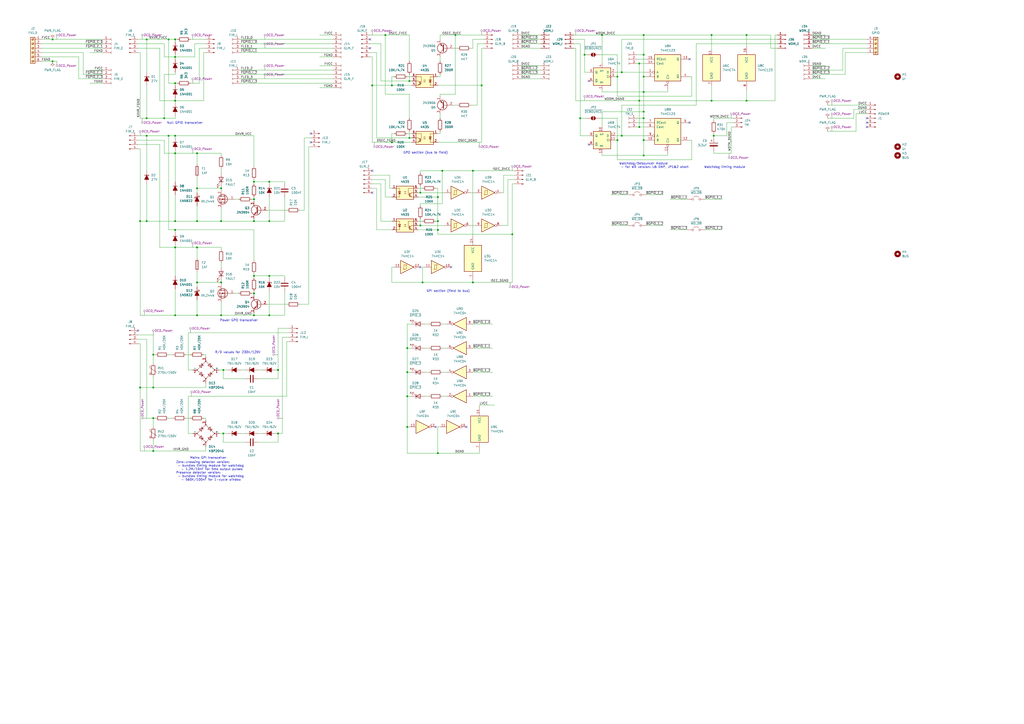
<source format=kicad_sch>
(kicad_sch (version 20250114) (generator "eeschema") (generator_version "9.0")
  (paper "A2")
  (title_block (title "Valhalla MOD-FOO(BAR)") (date "2025-03-25") (rev "1"))
  (text "Watchdog timing module" (at 408.432 97.028 0) (effects (font (size 1.27 1.27)) (justify left)))
  (text "GPO section (bus to field)" (at 259.842 88.646 0) (effects (font (size 1.27 1.27)) (justify right)))
  (text "Mains GPI transceiver" (at 110.236 265.684 0) (effects (font (size 1.27 1.27)) (justify left)))
  (text "R/D values for 230V/120V" (at 124.714 204.47 0) (effects (font (size 1.27 1.27)) (justify left)))
  (text "GPI section (field to bus)" (at 247.396 168.91 0) (effects (font (size 1.27 1.27)) (justify left)))
  (text "Presence detector version:\n - bundles timing module for watchdog\n   - 560K/100nF for 1-cycle window" (at 102.108 276.352 0) (effects (font (size 1.27 1.27)) (justify left)))
  (text "Null GPIO transceiver" (at 96.774 71.374 0) (effects (font (size 1.27 1.27)) (justify left)))
  (text "Power GPO transceiver" (at 127.508 185.928 0) (effects (font (size 1.27 1.27)) (justify left)))
  (text "Watchdog/Debouncer module\n - for WD version: U6 DNP, JP1&2 short" (at 359.156 96.012 0) (effects (font (size 1.27 1.27)) (justify left)))
  (text "Zero-crossing detector version:\n - bundles timing module for watchdog\n   - 1.2M/10nF for 5ms output pulses" (at 102.108 270.256 0) (effects (font (size 1.27 1.27)) (justify left)))
  (junction (at 279.4 49.53))
  (junction (at 147.32 105.41))
  (junction (at 373.38 81.28))
  (junction (at 129.54 251.46))
  (junction (at 370.84 73.66))
  (junction (at 101.6 128.27))
  (junction (at 373.38 64.77))
  (junction (at 129.54 214.63))
  (junction (at 156.21 105.41))
  (junction (at 97.79 22.86))
  (junction (at 360.68 78.74))
  (junction (at 370.84 36.83))
  (junction (at 274.32 99.06))
  (junction (at 297.18 135.89))
  (junction (at 101.6 88.9))
  (junction (at 101.6 78.74))
  (junction (at 114.3 143.51))
  (junction (at 227.33 82.55))
  (junction (at 414.02 78.74))
  (junction (at 88.9 242.57))
  (junction (at 147.32 182.88))
  (junction (at 254 262.89))
  (junction (at 433.07 58.42))
  (junction (at 236.22 229.87))
  (junction (at 147.32 115.57))
  (junction (at 88.9 261.62))
  (junction (at 433.07 20.32))
  (junction (at 101.6 143.51))
  (junction (at 128.27 163.83))
  (junction (at 30.48 35.56))
  (junction (at 85.09 78.74))
  (junction (at 236.22 247.65))
  (junction (at 81.28 224.79))
  (junction (at 101.6 33.02))
  (junction (at 114.3 88.9))
  (junction (at 360.68 41.91))
  (junction (at 236.22 201.93))
  (junction (at 114.3 109.22))
  (junction (at 161.29 251.46))
  (junction (at 88.9 205.74))
  (junction (at 254 114.3))
  (junction (at 161.29 214.63))
  (junction (at 412.75 20.32))
  (junction (at 101.6 22.86))
  (junction (at 215.9 49.53))
  (junction (at 339.09 31.75))
  (junction (at 349.25 20.32))
  (junction (at 156.21 160.02))
  (junction (at 114.3 163.83))
  (junction (at 85.09 22.86))
  (junction (at 358.14 44.45))
  (junction (at 274.32 163.83))
  (junction (at 101.6 58.42))
  (junction (at 412.75 58.42))
  (junction (at 156.21 182.88))
  (junction (at 254 133.35))
  (junction (at 264.16 20.32))
  (junction (at 88.9 224.79))
  (junction (at 97.79 78.74))
  (junction (at 147.32 128.27))
  (junction (at 128.27 109.22))
  (junction (at 254 128.27))
  (junction (at 101.6 133.35))
  (junction (at 85.09 128.27))
  (junction (at 227.33 49.53))
  (junction (at 373.38 20.32))
  (junction (at 147.32 170.18))
  (junction (at 245.11 163.83))
  (junction (at 373.38 44.45))
  (junction (at 373.38 53.34))
  (junction (at 147.32 160.02))
  (junction (at 101.6 182.88))
  (junction (at 85.09 68.58))
  (junction (at 373.38 68.58))
  (junction (at 128.27 182.88))
  (junction (at 358.14 81.28))
  (junction (at 256.54 99.06))
  (junction (at 373.38 31.75))
  (junction (at 30.48 22.86))
  (junction (at 243.84 130.81))
  (junction (at 95.25 68.58))
  (junction (at 156.21 128.27))
  (junction (at 237.49 80.01))
  (junction (at 101.6 48.26))
  (junction (at 81.28 128.27))
  (junction (at 128.27 128.27))
  (junction (at 114.3 128.27))
  (junction (at 373.38 90.17))
  (junction (at 243.84 111.76))
  (junction (at 114.3 182.88))
  (junction (at 370.84 58.42))
  (junction (at 236.22 215.9))
  (junction (at 223.52 20.32))
  (junction (at 336.55 68.58))
  (junction (at 237.49 46.99))
  (no_connect (at 243.84 154.94))
  (no_connect (at 400.05 34.29))
  (no_connect (at 180.34 82.55))
  (no_connect (at 502.92 68.58))
  (no_connect (at 180.34 77.47))
  (no_connect (at 215.9 99.06))
  (no_connect (at 502.92 73.66))
  (no_connect (at 215.9 111.76))
  (no_connect (at 400.05 71.12))
  (no_connect (at 252.73 247.65))
  (no_connect (at 214.63 27.94))
  (no_connect (at 502.92 71.12))
  (no_connect (at 214.63 22.86))
  (no_connect (at 341.63 46.99))
  (no_connect (at 80.01 191.77))
  (no_connect (at 261.62 154.94))
  (no_connect (at 341.63 83.82))
  (no_connect (at 270.51 247.65))
  (wire (pts (xy 279.4 49.53) (xy 279.4 82.55)))
  (wire (pts (xy 495.3 63.5) (xy 502.92 63.5)))
  (wire (pts (xy 179.07 85.09) (xy 179.07 176.53)))
  (wire (pts (xy 139.7 45.72) (xy 193.04 45.72)))
  (wire (pts (xy 215.9 82.55) (xy 227.33 82.55)))
  (wire (pts (xy 369.57 31.75) (xy 373.38 31.75)))
  (wire (pts (xy 349.25 90.17) (xy 373.38 90.17)))
  (wire (pts (xy 370.84 58.42) (xy 412.75 58.42)))
  (wire (pts (xy 471.17 20.32) (xy 478.79 20.32)))
  (wire (pts (xy 114.3 88.9) (xy 114.3 95.25)))
  (wire (pts (xy 214.63 25.4) (xy 220.98 25.4)))
  (wire (pts (xy 135.89 170.18) (xy 138.43 170.18)))
  (wire (pts (xy 147.32 181.61) (xy 147.32 182.88)))
  (wire (pts (xy 165.1 168.91) (xy 165.1 182.88)))
  (wire (pts (xy 227.33 154.94) (xy 227.33 163.83)))
  (wire (pts (xy 92.71 143.51) (xy 101.6 143.51)))
  (wire (pts (xy 495.3 63.5) (xy 495.3 68.58)))
  (wire (pts (xy 147.32 160.02) (xy 156.21 160.02)))
  (wire (pts (xy 128.27 90.17) (xy 128.27 88.9)))
  (wire (pts (xy 254 135.89) (xy 297.18 135.89)))
  (wire (pts (xy 176.53 80.01) (xy 176.53 121.92)))
  (wire (pts (xy 471.17 38.1) (xy 478.79 38.1)))
  (wire (pts (xy 388.62 133.35) (xy 398.78 133.35)))
  (wire (pts (xy 214.63 33.02) (xy 215.9 33.02)))
  (wire (pts (xy 220.98 25.4) (xy 220.98 46.99)))
  (wire (pts (xy 256.54 187.96) (xy 259.08 187.96)))
  (wire (pts (xy 48.26 43.18) (xy 59.69 43.18)))
  (wire (pts (xy 347.98 31.75) (xy 358.14 31.75)))
  (wire (pts (xy 414.02 78.74) (xy 421.64 78.74)))
  (wire (pts (xy 80.01 199.39) (xy 81.28 199.39)))
  (wire (pts (xy 412.75 58.42) (xy 433.07 58.42)))
  (wire (pts (xy 88.9 255.27) (xy 88.9 261.62)))
  (wire (pts (xy 156.21 168.91) (xy 156.21 182.88)))
  (wire (pts (xy 238.76 201.93) (xy 236.22 201.93)))
  (wire (pts (xy 290.83 111.76) (xy 292.1 111.76)))
  (wire (pts (xy 254 114.3) (xy 254 109.22)))
  (wire (pts (xy 97.79 78.74) (xy 97.79 133.35)))
  (wire (pts (xy 227.33 49.53) (xy 227.33 44.45)))
  (wire (pts (xy 274.32 163.83) (xy 297.18 163.83)))
  (wire (pts (xy 358.14 55.88) (xy 358.14 44.45)))
  (wire (pts (xy 412.75 49.53) (xy 412.75 58.42)))
  (wire (pts (xy 373.38 20.32) (xy 412.75 20.32)))
  (wire (pts (xy 421.64 71.12) (xy 421.64 78.74)))
  (wire (pts (xy 280.67 22.86) (xy 274.32 22.86)))
  (wire (pts (xy 139.7 27.94) (xy 193.04 27.94)))
  (wire (pts (xy 373.38 64.77) (xy 373.38 68.58)))
  (wire (pts (xy 274.32 22.86) (xy 274.32 27.94)))
  (wire (pts (xy 370.84 36.83) (xy 370.84 58.42)))
  (wire (pts (xy 369.57 34.29) (xy 374.65 34.29)))
  (wire (pts (xy 147.32 104.14) (xy 147.32 105.41)))
  (wire (pts (xy 214.63 30.48) (xy 218.44 30.48)))
  (wire (pts (xy 273.05 111.76) (xy 275.59 111.76)))
  (wire (pts (xy 114.3 111.76) (xy 114.3 109.22)))
  (wire (pts (xy 471.17 22.86) (xy 502.92 22.86)))
  (wire (pts (xy 97.79 205.74) (xy 100.33 205.74)))
  (wire (pts (xy 85.09 49.53) (xy 85.09 68.58)))
  (wire (pts (xy 146.05 170.18) (xy 147.32 170.18)))
  (wire (pts (xy 374.65 44.45) (xy 373.38 44.45)))
  (wire (pts (xy 388.62 115.57) (xy 398.78 115.57)))
  (wire (pts (xy 243.84 130.81) (xy 257.81 130.81)))
  (wire (pts (xy 81.28 224.79) (xy 88.9 224.79)))
  (wire (pts (xy 95.25 81.28) (xy 95.25 88.9)))
  (wire (pts (xy 265.43 27.94) (xy 262.89 27.94)))
  (wire (pts (xy 147.32 105.41) (xy 156.21 105.41)))
  (wire (pts (xy 81.28 224.79) (xy 81.28 261.62)))
  (wire (pts (xy 101.6 43.18) (xy 101.6 41.91)))
  (wire (pts (xy 128.27 107.95) (xy 128.27 109.22)))
  (wire (pts (xy 85.09 68.58) (xy 95.25 68.58)))
  (wire (pts (xy 218.44 30.48) (xy 218.44 80.01)))
  (wire (pts (xy 119.38 242.57) (xy 118.11 242.57)))
  (wire (pts (xy 128.27 143.51) (xy 114.3 143.51)))
  (wire (pts (xy 147.32 182.88) (xy 128.27 182.88)))
  (wire (pts (xy 339.09 31.75) (xy 340.36 31.75)))
  (wire (pts (xy 128.27 97.79) (xy 128.27 100.33)))
  (wire (pts (xy 139.7 40.64) (xy 193.04 40.64)))
  (wire (pts (xy 349.25 73.66) (xy 349.25 64.77)))
  (wire (pts (xy 52.07 30.48) (xy 59.69 30.48)))
  (wire (pts (xy 119.38 261.62) (xy 88.9 261.62)))
  (wire (pts (xy 109.22 214.63) (xy 109.22 193.04)))
  (wire (pts (xy 238.76 44.45) (xy 236.22 44.45)))
  (wire (pts (xy 502.92 27.94) (xy 488.95 27.94)))
  (wire (pts (xy 24.13 27.94) (xy 59.69 27.94)))
  (wire (pts (xy 274.32 99.06) (xy 274.32 137.16)))
  (wire (pts (xy 214.63 20.32) (xy 223.52 20.32)))
  (wire (pts (xy 256.54 118.11) (xy 256.54 99.06)))
  (wire (pts (xy 255.27 76.2) (xy 255.27 77.47)))
  (wire (pts (xy 358.14 31.75) (xy 358.14 44.45)))
  (wire (pts (xy 360.68 41.91) (xy 374.65 41.91)))
  (wire (pts (xy 132.08 214.63) (xy 129.54 214.63)))
  (wire (pts (xy 101.6 143.51) (xy 114.3 143.51)))
  (wire (pts (xy 370.84 58.42) (xy 370.84 73.66)))
  (wire (pts (xy 354.33 113.03) (xy 364.49 113.03)))
  (wire (pts (xy 101.6 24.13) (xy 101.6 22.86)))
  (wire (pts (xy 166.37 198.12) (xy 166.37 229.87)))
  (wire (pts (xy 408.94 115.57) (xy 419.1 115.57)))
  (wire (pts (xy 243.84 99.06) (xy 256.54 99.06)))
  (wire (pts (xy 95.25 68.58) (xy 101.6 68.58)))
  (wire (pts (xy 128.27 162.56) (xy 128.27 163.83)))
  (wire (pts (xy 97.79 242.57) (xy 100.33 242.57)))
  (wire (pts (xy 336.55 68.58) (xy 340.36 68.58)))
  (wire (pts (xy 139.7 48.26) (xy 193.04 48.26)))
  (wire (pts (xy 95.25 33.02) (xy 101.6 33.02)))
  (wire (pts (xy 167.64 190.5) (xy 161.29 190.5)))
  (wire (pts (xy 254 109.22) (xy 252.73 109.22)))
  (wire (pts (xy 236.22 187.96) (xy 236.22 201.93)))
  (wire (pts (xy 85.09 128.27) (xy 101.6 128.27)))
  (wire (pts (xy 245.11 163.83) (xy 274.32 163.83)))
  (wire (pts (xy 373.38 53.34) (xy 387.35 53.34)))
  (wire (pts (xy 48.26 30.48) (xy 48.26 43.18)))
  (wire (pts (xy 147.32 96.52) (xy 147.32 78.74)))
  (wire (pts (xy 52.07 40.64) (xy 59.69 40.64)))
  (wire (pts (xy 119.38 205.74) (xy 118.11 205.74)))
  (wire (pts (xy 302.26 27.94) (xy 313.69 27.94)))
  (wire (pts (xy 161.29 256.54) (xy 161.29 251.46)))
  (wire (pts (xy 255.27 33.02) (xy 255.27 35.56)))
  (wire (pts (xy 349.25 36.83) (xy 349.25 20.32)))
  (wire (pts (xy 242.57 128.27) (xy 245.11 128.27)))
  (wire (pts (xy 347.98 68.58) (xy 358.14 68.58)))
  (wire (pts (xy 110.49 22.86) (xy 119.38 22.86)))
  (wire (pts (xy 358.14 92.71) (xy 358.14 81.28)))
  (wire (pts (xy 185.42 50.8) (xy 193.04 50.8)))
  (wire (pts (xy 298.45 104.14) (xy 294.64 104.14)))
  (wire (pts (xy 256.54 201.93) (xy 259.08 201.93)))
  (wire (pts (xy 101.6 58.42) (xy 101.6 59.69)))
  (wire (pts (xy 147.32 161.29) (xy 147.32 160.02)))
  (wire (pts (xy 45.72 45.72) (xy 59.69 45.72)))
  (wire (pts (xy 236.22 215.9) (xy 236.22 229.87)))
  (wire (pts (xy 101.6 88.9) (xy 101.6 105.41)))
  (wire (pts (xy 119.38 25.4) (xy 113.03 25.4)))
  (wire (pts (xy 24.13 30.48) (xy 48.26 30.48)))
  (wire (pts (xy 101.6 113.03) (xy 101.6 128.27)))
  (wire (pts (xy 128.27 152.4) (xy 128.27 154.94)))
  (wire (pts (xy 373.38 90.17) (xy 387.35 90.17)))
  (wire (pts (xy 101.6 88.9) (xy 114.3 88.9)))
  (wire (pts (xy 294.64 104.14) (xy 294.64 130.81)))
  (wire (pts (xy 218.44 80.01) (xy 237.49 80.01)))
  (wire (pts (xy 215.9 104.14) (xy 223.52 104.14)))
  (wire (pts (xy 242.57 111.76) (xy 243.84 111.76)))
  (wire (pts (xy 401.32 81.28) (xy 401.32 92.71)))
  (wire (pts (xy 360.68 78.74) (xy 374.65 78.74)))
  (wire (pts (xy 24.13 35.56) (xy 30.48 35.56)))
  (wire (pts (xy 24.13 22.86) (xy 30.48 22.86)))
  (wire (pts (xy 302.26 22.86) (xy 313.69 22.86)))
  (wire (pts (xy 255.27 20.32) (xy 264.16 20.32)))
  (wire (pts (xy 101.6 143.51) (xy 101.6 160.02)))
  (wire (pts (xy 80.01 27.94) (xy 92.71 27.94)))
  (wire (pts (xy 166.37 229.87) (xy 109.22 229.87)))
  (wire (pts (xy 97.79 22.86) (xy 101.6 22.86)))
  (wire (pts (xy 101.6 49.53) (xy 101.6 48.26)))
  (wire (pts (xy 332.74 22.86) (xy 339.09 22.86)))
  (wire (pts (xy 339.09 22.86) (xy 339.09 31.75)))
  (wire (pts (xy 274.32 99.06) (xy 298.45 99.06)))
  (wire (pts (xy 373.38 31.75) (xy 373.38 44.45)))
  (wire (pts (xy 215.9 49.53) (xy 227.33 49.53)))
  (wire (pts (xy 185.42 33.02) (xy 193.04 33.02)))
  (wire (pts (xy 142.24 256.54) (xy 129.54 256.54)))
  (wire (pts (xy 101.6 31.75) (xy 101.6 33.02)))
  (wire (pts (xy 298.45 101.6) (xy 292.1 101.6)))
  (wire (pts (xy 179.07 176.53) (xy 173.99 176.53)))
  (wire (pts (xy 109.22 193.04) (xy 167.64 193.04)))
  (wire (pts (xy 119.38 27.94) (xy 115.57 27.94)))
  (wire (pts (xy 223.52 20.32) (xy 223.52 54.61)))
  (wire (pts (xy 332.74 25.4) (xy 336.55 25.4)))
  (wire (pts (xy 273.05 27.94) (xy 274.32 27.94)))
  (wire (pts (xy 433.07 26.67) (xy 433.07 20.32)))
  (wire (pts (xy 227.33 82.55) (xy 227.33 77.47)))
  (wire (pts (xy 139.7 214.63) (xy 142.24 214.63)))
  (wire (pts (xy 173.99 121.92) (xy 176.53 121.92)))
  (wire (pts (xy 80.01 25.4) (xy 95.25 25.4)))
  (wire (pts (xy 115.57 27.94) (xy 115.57 48.26)))
  (wire (pts (xy 276.86 25.4) (xy 276.86 60.96)))
  (wire (pts (xy 238.76 80.01) (xy 237.49 80.01)))
  (wire (pts (xy 147.32 128.27) (xy 128.27 128.27)))
  (wire (pts (xy 302.26 40.64) (xy 313.69 40.64)))
  (wire (pts (xy 85.09 22.86) (xy 85.09 41.91)))
  (wire (pts (xy 223.52 114.3) (xy 227.33 114.3)))
  (wire (pts (xy 95.25 88.9) (xy 101.6 88.9)))
  (wire (pts (xy 401.32 92.71) (xy 358.14 92.71)))
  (wire (pts (xy 45.72 33.02) (xy 45.72 45.72)))
  (wire (pts (xy 81.28 86.36) (xy 81.28 128.27)))
  (wire (pts (xy 264.16 20.32) (xy 264.16 54.61)))
  (wire (pts (xy 147.32 151.13) (xy 147.32 133.35)))
  (wire (pts (xy 147.32 114.3) (xy 147.32 115.57)))
  (wire (pts (xy 332.74 27.94) (xy 334.01 27.94)))
  (wire (pts (xy 81.28 128.27) (xy 81.28 182.88)))
  (wire (pts (xy 480.06 60.96) (xy 502.92 60.96)))
  (wire (pts (xy 92.71 27.94) (xy 92.71 58.42)))
  (wire (pts (xy 279.4 27.94) (xy 280.67 27.94)))
  (wire (pts (xy 119.38 259.08) (xy 119.38 261.62)))
  (wire (pts (xy 356.87 41.91) (xy 360.68 41.91)))
  (wire (pts (xy 278.13 262.89) (xy 278.13 261.62)))
  (wire (pts (xy 297.18 163.83) (xy 297.18 135.89)))
  (wire (pts (xy 274.32 201.93) (xy 285.75 201.93)))
  (wire (pts (xy 243.84 107.95) (xy 243.84 111.76)))
  (wire (pts (xy 414.02 87.63) (xy 414.02 88.9)))
  (wire (pts (xy 88.9 218.44) (xy 88.9 224.79)))
  (wire (pts (xy 490.22 43.18) (xy 471.17 43.18)))
  (wire (pts (xy 254 133.35) (xy 254 128.27)))
  (wire (pts (xy 278.13 236.22) (xy 278.13 234.95)))
  (wire (pts (xy 101.6 167.64) (xy 101.6 182.88)))
  (wire (pts (xy 215.9 49.53) (xy 215.9 82.55)))
  (wire (pts (xy 238.76 49.53) (xy 227.33 49.53)))
  (wire (pts (xy 236.22 229.87) (xy 236.22 247.65)))
  (wire (pts (xy 97.79 22.86) (xy 97.79 48.26)))
  (wire (pts (xy 369.57 71.12) (xy 374.65 71.12)))
  (wire (pts (xy 290.83 130.81) (xy 294.64 130.81)))
  (wire (pts (xy 156.21 128.27) (xy 147.32 128.27)))
  (wire (pts (xy 149.86 219.71) (xy 161.29 219.71)))
  (wire (pts (xy 114.3 102.87) (xy 114.3 109.22)))
  (wire (pts (xy 81.28 199.39) (xy 81.28 224.79)))
  (wire (pts (xy 218.44 109.22) (xy 218.44 133.35)))
  (wire (pts (xy 147.32 168.91) (xy 147.32 170.18)))
  (wire (pts (xy 128.27 110.49) (xy 128.27 109.22)))
  (wire (pts (xy 95.25 68.58) (xy 95.25 43.18)))
  (wire (pts (xy 220.98 128.27) (xy 227.33 128.27)))
  (wire (pts (xy 238.76 215.9) (xy 236.22 215.9)))
  (wire (pts (xy 254 44.45) (xy 255.27 44.45)))
  (wire (pts (xy 242.57 130.81) (xy 243.84 130.81)))
  (wire (pts (xy 471.17 27.94) (xy 478.79 27.94)))
  (wire (pts (xy 255.27 43.18) (xy 255.27 44.45)))
  (wire (pts (xy 119.38 205.74) (xy 119.38 207.01)))
  (wire (pts (xy 496.57 66.04) (xy 502.92 66.04)))
  (wire (pts (xy 101.6 133.35) (xy 101.6 134.62)))
  (wire (pts (xy 336.55 25.4) (xy 336.55 68.58)))
  (wire (pts (xy 146.05 115.57) (xy 147.32 115.57)))
  (wire (pts (xy 101.6 68.58) (xy 101.6 67.31)))
  (wire (pts (xy 412.75 20.32) (xy 412.75 29.21)))
  (wire (pts (xy 80.01 30.48) (xy 81.28 30.48)))
  (wire (pts (xy 237.49 247.65) (xy 236.22 247.65)))
  (wire (pts (xy 237.49 76.2) (xy 237.49 80.01)))
  (wire (pts (xy 358.14 44.45) (xy 356.87 44.45)))
  (wire (pts (xy 373.38 68.58) (xy 373.38 81.28)))
  (wire (pts (xy 165.1 161.29) (xy 165.1 160.02)))
  (wire (pts (xy 254 128.27) (xy 252.73 128.27)))
  (wire (pts (xy 349.25 53.34) (xy 373.38 53.34)))
  (wire (pts (xy 114.3 173.99) (xy 114.3 182.88)))
  (wire (pts (xy 107.95 242.57) (xy 110.49 242.57)))
  (wire (pts (xy 369.57 68.58) (xy 373.38 68.58)))
  (wire (pts (xy 265.43 60.96) (xy 262.89 60.96)))
  (wire (pts (xy 433.07 52.07) (xy 433.07 58.42)))
  (wire (pts (xy 128.27 144.78) (xy 128.27 143.51)))
  (wire (pts (xy 332.74 20.32) (xy 349.25 20.32)))
  (wire (pts (xy 101.6 78.74) (xy 101.6 80.01)))
  (wire (pts (xy 285.75 229.87) (xy 274.32 229.87)))
  (wire (pts (xy 248.92 229.87) (xy 246.38 229.87)))
  (wire (pts (xy 114.3 109.22) (xy 128.27 109.22)))
  (wire (pts (xy 242.57 109.22) (xy 245.11 109.22)))
  (wire (pts (xy 496.57 66.04) (xy 496.57 76.2)))
  (wire (pts (xy 95.25 43.18) (xy 101.6 43.18)))
  (wire (pts (xy 243.84 127) (xy 243.84 130.81)))
  (wire (pts (xy 242.57 133.35) (xy 254 133.35)))
  (wire (pts (xy 163.83 251.46) (xy 161.29 251.46)))
  (wire (pts (xy 360.68 22.86) (xy 450.85 22.86)))
  (wire (pts (xy 488.95 40.64) (xy 471.17 40.64)))
  (wire (pts (xy 256.54 215.9) (xy 259.08 215.9)))
  (wire (pts (xy 154.94 176.53) (xy 166.37 176.53)))
  (wire (pts (xy 97.79 48.26) (xy 101.6 48.26)))
  (wire (pts (xy 302.26 20.32) (xy 313.69 20.32)))
  (wire (pts (xy 80.01 22.86) (xy 85.09 22.86)))
  (wire (pts (xy 85.09 78.74) (xy 85.09 99.06)))
  (wire (pts (xy 114.3 166.37) (xy 114.3 163.83)))
  (wire (pts (xy 215.9 109.22) (xy 218.44 109.22)))
  (wire (pts (xy 373.38 53.34) (xy 373.38 64.77)))
  (wire (pts (xy 165.1 106.68) (xy 165.1 105.41)))
  (wire (pts (xy 139.7 22.86) (xy 193.04 22.86)))
  (wire (pts (xy 129.54 214.63) (xy 127 214.63)))
  (wire (pts (xy 369.57 36.83) (xy 370.84 36.83)))
  (wire (pts (xy 85.09 78.74) (xy 97.79 78.74)))
  (wire (pts (xy 401.32 55.88) (xy 358.14 55.88)))
  (wire (pts (xy 81.28 261.62) (xy 88.9 261.62)))
  (wire (pts (xy 223.52 104.14) (xy 223.52 114.3)))
  (wire (pts (xy 156.21 182.88) (xy 147.32 182.88)))
  (wire (pts (xy 278.13 234.95) (xy 287.02 234.95)))
  (wire (pts (xy 336.55 78.74) (xy 341.63 78.74)))
  (wire (pts (xy 237.49 20.32) (xy 237.49 35.56)))
  (wire (pts (xy 101.6 142.24) (xy 101.6 143.51)))
  (wire (pts (xy 95.25 25.4) (xy 95.25 33.02)))
  (wire (pts (xy 156.21 105.41) (xy 156.21 106.68)))
  (wire (pts (xy 167.64 198.12) (xy 166.37 198.12)))
  (wire (pts (xy 147.32 158.75) (xy 147.32 160.02)))
  (wire (pts (xy 400.05 44.45) (xy 401.32 44.45)))
  (wire (pts (xy 450.85 25.4) (xy 403.86 25.4)))
  (wire (pts (xy 88.9 242.57) (xy 88.9 247.65)))
  (wire (pts (xy 88.9 194.31) (xy 88.9 205.74)))
  (wire (pts (xy 425.45 71.12) (xy 421.64 71.12)))
  (wire (pts (xy 101.6 182.88) (xy 114.3 182.88)))
  (wire (pts (xy 101.6 78.74) (xy 147.32 78.74)))
  (wire (pts (xy 215.9 33.02) (xy 215.9 49.53)))
  (wire (pts (xy 254 247.65) (xy 254 262.89)))
  (wire (pts (xy 408.94 133.35) (xy 419.1 133.35)))
  (wire (pts (xy 259.08 229.87) (xy 256.54 229.87)))
  (wire (pts (xy 471.17 25.4) (xy 502.92 25.4)))
  (wire (pts (xy 248.92 201.93) (xy 246.38 201.93)))
  (wire (pts (xy 255.27 54.61) (xy 264.16 54.61)))
  (wire (pts (xy 360.68 78.74) (xy 360.68 60.96)))
  (wire (pts (xy 147.32 170.18) (xy 147.32 171.45)))
  (wire (pts (xy 255.27 247.65) (xy 254 247.65)))
  (wire (pts (xy 129.54 251.46) (xy 127 251.46)))
  (wire (pts (xy 302.26 25.4) (xy 313.69 25.4)))
  (wire (pts (xy 254 262.89) (xy 278.13 262.89)))
  (wire (pts (xy 358.14 81.28) (xy 356.87 81.28)))
  (wire (pts (xy 107.95 205.74) (xy 110.49 205.74)))
  (wire (pts (xy 228.6 154.94) (xy 227.33 154.94)))
  (wire (pts (xy 450.85 27.94) (xy 447.04 27.94)))
  (wire (pts (xy 274.32 163.83) (xy 274.32 162.56)))
  (wire (pts (xy 139.7 251.46) (xy 142.24 251.46)))
  (wire (pts (xy 336.55 68.58) (xy 336.55 78.74)))
  (wire (pts (xy 349.25 52.07) (xy 349.25 53.34)))
  (wire (pts (xy 129.54 256.54) (xy 129.54 251.46)))
  (wire (pts (xy 114.3 119.38) (xy 114.3 128.27)))
  (wire (pts (xy 101.6 22.86) (xy 102.87 22.86)))
  (wire (pts (xy 101.6 57.15) (xy 101.6 58.42)))
  (wire (pts (xy 147.32 115.57) (xy 147.32 116.84)))
  (wire (pts (xy 227.33 44.45) (xy 228.6 44.45)))
  (wire (pts (xy 85.09 22.86) (xy 97.79 22.86)))
  (wire (pts (xy 254 49.53) (xy 279.4 49.53)))
  (wire (pts (xy 238.76 46.99) (xy 237.49 46.99)))
  (wire (pts (xy 237.49 54.61) (xy 237.49 68.58)))
  (wire (pts (xy 354.33 130.81) (xy 364.49 130.81)))
  (wire (pts (xy 387.35 90.17) (xy 387.35 88.9)))
  (wire (pts (xy 227.33 77.47) (xy 228.6 77.47)))
  (wire (pts (xy 154.94 121.92) (xy 166.37 121.92)))
  (wire (pts (xy 227.33 163.83) (xy 245.11 163.83)))
  (wire (pts (xy 255.27 66.04) (xy 255.27 68.58)))
  (wire (pts (xy 480.06 76.2) (xy 496.57 76.2)))
  (wire (pts (xy 425.45 73.66) (xy 424.18 73.66)))
  (wire (pts (xy 274.32 187.96) (xy 285.75 187.96)))
  (wire (pts (xy 414.02 78.74) (xy 414.02 80.01)))
  (wire (pts (xy 339.09 31.75) (xy 339.09 41.91)))
  (wire (pts (xy 149.86 256.54) (xy 161.29 256.54)))
  (wire (pts (xy 254 133.35) (xy 254 135.89)))
  (wire (pts (xy 97.79 133.35) (xy 101.6 133.35)))
  (wire (pts (xy 81.28 86.36) (xy 80.01 86.36)))
  (wire (pts (xy 245.11 154.94) (xy 245.11 163.83)))
  (wire (pts (xy 165.1 114.3) (xy 165.1 128.27)))
  (wire (pts (xy 85.09 242.57) (xy 88.9 242.57)))
  (wire (pts (xy 165.1 105.41) (xy 156.21 105.41)))
  (wire (pts (xy 97.79 78.74) (xy 101.6 78.74)))
  (wire (pts (xy 334.01 58.42) (xy 370.84 58.42)))
  (wire (pts (xy 111.76 214.63) (xy 109.22 214.63)))
  (wire (pts (xy 302.26 45.72) (xy 313.69 45.72)))
  (wire (pts (xy 238.76 77.47) (xy 236.22 77.47)))
  (wire (pts (xy 246.38 154.94) (xy 245.11 154.94)))
  (wire (pts (xy 92.71 83.82) (xy 92.71 143.51)))
  (wire (pts (xy 414.02 69.85) (xy 414.02 68.58)))
  (wire (pts (xy 30.48 35.56) (xy 33.02 35.56)))
  (wire (pts (xy 223.52 20.32) (xy 237.49 20.32)))
  (wire (pts (xy 373.38 20.32) (xy 373.38 31.75)))
  (wire (pts (xy 238.76 82.55) (xy 227.33 82.55)))
  (wire (pts (xy 264.16 20.32) (xy 280.67 20.32)))
  (wire (pts (xy 156.21 114.3) (xy 156.21 128.27)))
  (wire (pts (xy 215.9 101.6) (xy 226.06 101.6)))
  (wire (pts (xy 387.35 53.34) (xy 387.35 52.07)))
  (wire (pts (xy 243.84 111.76) (xy 257.81 111.76)))
  (wire (pts (xy 374.65 113.03) (xy 384.81 113.03)))
  (wire (pts (xy 92.71 58.42) (xy 101.6 58.42)))
  (wire (pts (xy 101.6 133.35) (xy 147.32 133.35)))
  (wire (pts (xy 243.84 119.38) (xy 243.84 118.11)))
  (wire (pts (xy 370.84 36.83) (xy 374.65 36.83)))
  (wire (pts (xy 349.25 88.9) (xy 349.25 90.17)))
  (wire (pts (xy 114.3 128.27) (xy 128.27 128.27)))
  (wire (pts (xy 139.7 30.48) (xy 193.04 30.48)))
  (wire (pts (xy 149.86 251.46) (xy 152.4 251.46)))
  (wire (pts (xy 414.02 68.58) (xy 425.45 68.58)))
  (wire (pts (xy 132.08 251.46) (xy 129.54 251.46)))
  (wire (pts (xy 161.29 219.71) (xy 161.29 214.63)))
  (wire (pts (xy 349.25 20.32) (xy 373.38 20.32)))
  (wire (pts (xy 248.92 215.9) (xy 246.38 215.9)))
  (wire (pts (xy 163.83 195.58) (xy 163.83 251.46)))
  (wire (pts (xy 424.18 73.66) (xy 424.18 88.9)))
  (wire (pts (xy 139.7 43.18) (xy 193.04 43.18)))
  (wire (pts (xy 373.38 44.45) (xy 373.38 53.34)))
  (wire (pts (xy 119.38 242.57) (xy 119.38 243.84)))
  (wire (pts (xy 88.9 242.57) (xy 90.17 242.57)))
  (wire (pts (xy 226.06 109.22) (xy 227.33 109.22)))
  (wire (pts (xy 255.27 55.88) (xy 255.27 54.61)))
  (wire (pts (xy 220.98 106.68) (xy 220.98 128.27)))
  (wire (pts (xy 490.22 30.48) (xy 490.22 43.18)))
  (wire (pts (xy 236.22 247.65) (xy 236.22 262.89)))
  (wire (pts (xy 80.01 194.31) (xy 88.9 194.31)))
  (wire (pts (xy 81.28 30.48) (xy 81.28 68.58)))
  (wire (pts (xy 236.22 201.93) (xy 236.22 215.9)))
  (wire (pts (xy 110.49 48.26) (xy 115.57 48.26)))
  (wire (pts (xy 242.57 114.3) (xy 254 114.3)))
  (wire (pts (xy 215.9 106.68) (xy 220.98 106.68)))
  (wire (pts (xy 243.84 118.11) (xy 256.54 118.11)))
  (wire (pts (xy 139.7 25.4) (xy 193.04 25.4)))
  (wire (pts (xy 334.01 27.94) (xy 334.01 58.42)))
  (wire (pts (xy 254 114.3) (xy 254 128.27)))
  (wire (pts (xy 128.27 88.9) (xy 114.3 88.9)))
  (wire (pts (xy 280.67 25.4) (xy 276.86 25.4)))
  (wire (pts (xy 360.68 22.86) (xy 360.68 41.91)))
  (wire (pts (xy 480.06 68.58) (xy 495.3 68.58)))
  (wire (pts (xy 414.02 77.47) (xy 414.02 78.74)))
  (wire (pts (xy 401.32 44.45) (xy 401.32 55.88)))
  (wire (pts (xy 297.18 106.68) (xy 297.18 135.89)))
  (wire (pts (xy 161.29 190.5) (xy 161.29 214.63)))
  (wire (pts (xy 238.76 229.87) (xy 236.22 229.87)))
  (wire (pts (xy 52.07 48.26) (xy 59.69 48.26)))
  (wire (pts (xy 156.21 160.02) (xy 156.21 161.29)))
  (wire (pts (xy 237.49 46.99) (xy 220.98 46.99)))
  (wire (pts (xy 255.27 20.32) (xy 255.27 22.86)))
  (wire (pts (xy 101.6 87.63) (xy 101.6 88.9)))
  (wire (pts (xy 119.38 224.79) (xy 88.9 224.79)))
  (wire (pts (xy 374.65 130.81) (xy 384.81 130.81)))
  (wire (pts (xy 109.22 251.46) (xy 109.22 229.87)))
  (wire (pts (xy 128.27 165.1) (xy 128.27 163.83)))
  (wire (pts (xy 81.28 68.58) (xy 85.09 68.58)))
  (wire (pts (xy 256.54 99.06) (xy 274.32 99.06)))
  (wire (pts (xy 248.92 187.96) (xy 246.38 187.96)))
  (wire (pts (xy 274.32 215.9) (xy 285.75 215.9)))
  (wire (pts (xy 180.34 80.01) (xy 176.53 80.01)))
  (wire (pts (xy 128.27 120.65) (xy 128.27 128.27)))
  (wire (pts (xy 185.42 20.32) (xy 193.04 20.32)))
  (wire (pts (xy 142.24 219.71) (xy 129.54 219.71)))
  (wire (pts (xy 180.34 85.09) (xy 179.07 85.09)))
  (wire (pts (xy 88.9 205.74) (xy 88.9 210.82)))
  (wire (pts (xy 273.05 60.96) (xy 276.86 60.96)))
  (wire (pts (xy 111.76 251.46) (xy 109.22 251.46)))
  (wire (pts (xy 369.57 73.66) (xy 370.84 73.66)))
  (wire (pts (xy 360.68 60.96) (xy 403.86 60.96)))
  (wire (pts (xy 118.11 30.48) (xy 118.11 58.42)))
  (wire (pts (xy 147.32 106.68) (xy 147.32 105.41)))
  (wire (pts (xy 101.6 33.02) (xy 113.03 33.02)))
  (wire (pts (xy 147.32 127) (xy 147.32 128.27)))
  (wire (pts (xy 101.6 128.27) (xy 114.3 128.27)))
  (wire (pts (xy 400.05 81.28) (xy 401.32 81.28)))
  (wire (pts (xy 185.42 38.1) (xy 193.04 38.1)))
  (wire (pts (xy 449.58 58.42) (xy 449.58 20.32)))
  (wire (pts (xy 414.02 88.9) (xy 424.18 88.9)))
  (wire (pts (xy 243.84 100.33) (xy 243.84 99.06)))
  (wire (pts (xy 165.1 160.02) (xy 156.21 160.02)))
  (wire (pts (xy 502.92 30.48) (xy 490.22 30.48)))
  (wire (pts (xy 114.3 182.88) (xy 128.27 182.88)))
  (wire (pts (xy 302.26 43.18) (xy 313.69 43.18)))
  (wire (pts (xy 374.65 81.28) (xy 373.38 81.28)))
  (wire (pts (xy 356.87 78.74) (xy 360.68 78.74)))
  (wire (pts (xy 403.86 25.4) (xy 403.86 60.96)))
  (wire (pts (xy 433.07 20.32) (xy 447.04 20.32)))
  (wire (pts (xy 129.54 219.71) (xy 129.54 214.63)))
  (wire (pts (xy 85.09 196.85) (xy 85.09 242.57)))
  (wire (pts (xy 30.48 22.86) (xy 59.69 22.86)))
  (wire (pts (xy 85.09 106.68) (xy 85.09 128.27)))
  (wire (pts (xy 88.9 205.74) (xy 90.17 205.74)))
  (wire (pts (xy 236.22 262.89) (xy 254 262.89)))
  (wire (pts (xy 160.02 214.63) (xy 161.29 214.63)))
  (wire (pts (xy 114.3 163.83) (xy 128.27 163.83)))
  (wire (pts (xy 298.45 106.68) (xy 297.18 106.68)))
  (wire (pts (xy 135.89 115.57) (xy 138.43 115.57)))
  (wire (pts (xy 80.01 196.85) (xy 85.09 196.85)))
  (wire (pts (xy 165.1 128.27) (xy 156.21 128.27)))
  (wire (pts (xy 114.3 157.48) (xy 114.3 163.83)))
  (wire (pts (xy 273.05 130.81) (xy 275.59 130.81)))
  (wire (pts (xy 238.76 187.96) (xy 236.22 187.96)))
  (wire (pts (xy 114.3 143.51) (xy 114.3 149.86)))
  (wire (pts (xy 223.52 54.61) (xy 237.49 54.61)))
  (wire (pts (xy 349.25 64.77) (xy 373.38 64.77)))
  (wire (pts (xy 471.17 45.72) (xy 478.79 45.72)))
  (wire (pts (xy 449.58 20.32) (xy 450.85 20.32)))
  (wire (pts (xy 339.09 41.91) (xy 341.63 41.91)))
  (wire (pts (xy 226.06 101.6) (xy 226.06 109.22)))
  (wire (pts (xy 81.28 128.27) (xy 85.09 128.27)))
  (wire (pts (xy 412.75 20.32) (xy 433.07 20.32)))
  (wire (pts (xy 101.6 33.02) (xy 101.6 34.29)))
  (wire (pts (xy 119.38 222.25) (xy 119.38 224.79)))
  (wire (pts (xy 113.03 25.4) (xy 113.03 33.02)))
  (wire (pts (xy 160.02 251.46) (xy 161.29 251.46)))
  (wire (pts (xy 167.64 195.58) (xy 163.83 195.58)))
  (wire (pts (xy 373.38 81.28) (xy 373.38 90.17)))
  (wire (pts (xy 165.1 182.88) (xy 156.21 182.88)))
  (wire (pts (xy 24.13 33.02) (xy 45.72 33.02)))
  (wire (pts (xy 292.1 101.6) (xy 292.1 111.76)))
  (wire (pts (xy 447.04 27.94) (xy 447.04 20.32)))
  (wire (pts (xy 358.14 68.58) (xy 358.14 81.28)))
  (wire (pts (xy 279.4 27.94) (xy 279.4 49.53)))
  (wire (pts (xy 433.07 58.42) (xy 449.58 58.42)))
  (wire (pts (xy 237.49 43.18) (xy 237.49 46.99)))
  (wire (pts (xy 101.6 48.26) (xy 102.87 48.26)))
  (wire (pts (xy 370.84 73.66) (xy 374.65 73.66)))
  (wire (pts (xy 149.86 214.63) (xy 152.4 214.63)))
  (wire (pts (xy 488.95 27.94) (xy 488.95 40.64)))
  (wire (pts (xy 101.6 58.42) (xy 118.11 58.42)))
  (wire (pts (xy 218.44 133.35) (xy 227.33 133.35)))
  (wire (pts (xy 80.01 81.28) (xy 95.25 81.28)))
  (wire (pts (xy 302.26 38.1) (xy 313.69 38.1)))
  (wire (pts (xy 254 82.55) (xy 279.4 82.55)))
  (wire (pts (xy 81.28 182.88) (xy 101.6 182.88)))
  (wire (pts (xy 128.27 175.26) (xy 128.27 182.88)))
  (wire (pts (xy 24.13 25.4) (xy 59.69 25.4)))
  (wire (pts (xy 119.38 30.48) (xy 118.11 30.48)))
  (wire (pts (xy 80.01 83.82) (xy 92.71 83.82)))
  (wire (pts (xy 254 77.47) (xy 255.27 77.47)))
  (wire (pts (xy 80.01 78.74) (xy 85.09 78.74)))
  (label "OSEC_DVCC" (at 256.54 20.32 0))
  (label "~{BGPIO_E_0}" (at 274.32 187.96 0))
  (label "~{FGPIO_E_2}" (at 59.69 43.18 180))
  (label "DVCC" (at 302.26 38.1 0))
  (label "~{BGPIO_E_2}" (at 471.17 40.64 0))
  (label "OSEC_DGND" (at 276.86 82.55 180))
  (label "~{FGPIO_E_0}" (at 59.69 25.4 180))
  (label "FVCC" (at 59.69 40.64 180))
  (label "~{FGPIO_I_2}" (at 139.7 43.18 0))
  (label "WDDM_DGND" (at 350.52 58.42 0))
  (label "FGND" (at 24.13 35.56 0))
  (label "FVCC" (at 193.04 38.1 180))
  (label "DGND" (at 471.17 38.1 0))
  (label "~{FGPIO_E_1}" (at 59.69 27.94 180))
  (label "DGND" (at 269.24 262.89 180))
  (label "ISEC_DVCC" (at 285.75 99.06 0))
  (label "~{FGPIO_I_3}" (at 139.7 48.26 0))
  (label "FVCC" (at 24.13 22.86 0))
  (label "DVCC" (at 302.26 20.32 0))
  (label "OSEC_FVCC" (at 236.22 20.32 180))
  (label "~{BGPIO_I_3}" (at 398.78 133.35 180))
  (label "DGND" (at 502.92 63.5 180))
  (label "FGND" (at 59.69 48.26 180))
  (label "FLED_2" (at 139.7 40.64 0))
  (label "OSEC_FGND" (at 218.44 82.55 0))
  (label "~{BGPIO_E_1}" (at 471.17 25.4 0))
  (label "NXVR_FGND" (at 81.28 57.15 270))
  (label "~{BGPIO_E_0}" (at 374.65 113.03 0))
  (label "ISEC_DGND" (at 284.48 163.83 0))
  (label "WDDM_DVCC" (at 345.44 20.32 0))
  (label "LVCC" (at 502.92 66.04 180))
  (label "~{BGPIO_I_2}" (at 364.49 130.81 180))
  (label "~{BGPIO_I_3}" (at 302.26 43.18 0))
  (label "~{BGPIO_I_1}" (at 302.26 25.4 0))
  (label "FLED_3" (at 139.7 45.72 0))
  (label "DVCC" (at 471.17 27.94 0))
  (label "FGND" (at 193.04 50.8 180))
  (label "DVCC" (at 471.17 45.72 0))
  (label "~{BGPIO_E_1}" (at 274.32 201.93 0))
  (label "~{BGPIO_E_1}" (at 408.94 115.57 0))
  (label "DGND" (at 471.17 20.32 0))
  (label "DVCC" (at 502.92 60.96 180))
  (label "~{BGPIO_I_1}" (at 398.78 115.57 180))
  (label "~{FGPIO_I_1}" (at 139.7 30.48 0))
  (label "~{FGPIO_I_0}" (at 139.7 25.4 0))
  (label "WDTM_DGND" (at 424.18 76.2 270))
  (label "~{BGPIO_E_2}" (at 274.32 215.9 0))
  (label "~{BGPIO_I_0}" (at 302.26 22.86 0))
  (label "OXVR_GND" (at 146.05 182.88 180))
  (label "FVCC" (at 193.04 20.32 180))
  (label "NXVR_FVCC" (at 86.36 22.86 0))
  (label "OXVR_VCC" (at 146.05 78.74 180))
  (label "FLED_1" (at 139.7 27.94 0))
  (label "~{BGPIO_I_2}" (at 302.26 40.64 0))
  (label "~{BGPIO_E_3}" (at 471.17 43.18 0))
  (label "~{BGPIO_E_0}" (at 471.17 22.86 0))
  (label "DGND" (at 302.26 27.94 0))
  (label "FLED_0" (at 139.7 22.86 0))
  (label "WDTM_DVCC" (at 422.91 68.58 180))
  (label "~{BGPIO_E_2}" (at 374.65 130.81 0))
  (label "IXVR_GND" (at 100.33 261.62 0))
  (label "LVCC" (at 278.13 234.95 0))
  (label "~{BGPIO_I_0}" (at 364.49 113.03 180))
  (label "FGND" (at 193.04 33.02 180))
  (label "FGND" (at 59.69 30.48 180))
  (label "~{BGPIO_E_3}" (at 408.94 133.35 0))
  (label "~{FGPIO_E_3}" (at 59.69 45.72 180))
  (label "~{BGPIO_E_3}" (at 274.32 229.87 0))
  (label "DGND" (at 302.26 45.72 0))
  (netclass_flag "" (length 2.54) (shape round) (at 482.6 76.2 0) (property "Netclass" "DCD_Power" (at 483.2985 73.66 0) (effects (font (italic yes)) (justify left))))
  (netclass_flag "" (length 2.54) (shape round) (at 82.55 22.86 0) (property "Netclass" "DCD_Power" (at 83.2485 20.32 0) (effects (font (italic yes)) (justify left))))
  (netclass_flag "" (length 2.54) (shape round) (at 111.76 143.51 0) (property "Netclass" "DCD_Power" (at 112.4585 140.97 0) (effects (font (italic yes)) (justify left))))
  (netclass_flag "" (length 2.54) (shape round) (at 33.02 35.56 180) (property "Netclass" "DCD_Power" (at 33.7185 38.1 0) (effects (font (italic yes)) (justify left))))
  (netclass_flag "" (length 2.54) (shape round) (at 111.76 48.26 0) (property "Netclass" "DCD_Power" (at 112.4585 45.72 0) (effects (font (italic yes)) (justify left))))
  (netclass_flag "" (length 2.54) (shape round) (at 278.13 82.55 180) (property "Netclass" "DCD_Power" (at 278.8285 85.09 0) (effects (font (italic yes)) (justify left))))
  (netclass_flag "" (length 2.54) (shape round) (at 424.18 68.58 0) (property "Netclass" "DCD_Power" (at 424.8785 66.04 0) (effects (font (italic yes)) (justify left))))
  (netclass_flag "" (length 2.54) (shape round) (at 153.67 40.64 0) (property "Netclass" "DCD_Power" (at 154.3685 38.1 0) (effects (font (italic yes)) (justify left))))
  (netclass_flag "" (length 2.54) (shape round) (at 88.9 194.31 0) (property "Netclass" "DCD_Power" (at 89.5985 191.77 0) (effects (font (italic yes)) (justify left))))
  (netclass_flag "" (length 2.54) (shape round) (at 297.18 99.06 0) (property "Netclass" "DCD_Power" (at 297.8785 96.52 0) (effects (font (italic yes)) (justify left))))
  (netclass_flag "" (length 2.54) (shape round) (at 111.76 88.9 0) (property "Netclass" "DCD_Power" (at 112.4585 86.36 0) (effects (font (italic yes)) (justify left))))
  (netclass_flag "" (length 2.54) (shape round) (at 422.91 88.9 180) (property "Netclass" "DCD_Power" (at 423.6085 91.44 0) (effects (font (italic yes)) (justify left))))
  (netclass_flag "" (length 2.54) (shape round) (at 85.09 242.57 90) (property "Netclass" "DCD_Power" (at 82.55 241.8715 90) (effects (font (italic yes)) (justify left))))
  (netclass_flag "" (length 2.54) (shape round) (at 295.91 163.83 180) (property "Netclass" "DCD_Power" (at 296.6085 166.37 0) (effects (font (italic yes)) (justify left))))
  (netclass_flag "" (length 2.54) (shape round) (at 110.49 193.04 0) (property "Netclass" "DCD_Power" (at 111.1885 190.5 0) (effects (font (italic yes)) (justify left))))
  (netclass_flag "" (length 2.54) (shape round) (at 81.28 78.74 0) (property "Netclass" "DCD_Power" (at 81.9785 76.2 0) (effects (font (italic yes)) (justify left))))
  (netclass_flag "" (length 2.54) (shape round) (at 163.83 242.57 90) (property "Netclass" "DCD_Power" (at 161.29 241.8715 90) (effects (font (italic yes)) (justify left))))
  (netclass_flag "" (length 2.54) (shape round) (at 111.7912 22.86 0) (property "Netclass" "DCD_Power" (at 112.4897 20.32 0) (effects (font (italic yes)) (justify left))))
  (netclass_flag "" (length 2.54) (shape round) (at 153.67 22.86 0) (property "Netclass" "DCD_Power" (at 154.3685 20.32 0) (effects (font (italic yes)) (justify left))))
  (netclass_flag "" (length 2.54) (shape round) (at 279.4154 20.32 0) (property "Netclass" "DCD_Power" (at 280.1139 17.78 0) (effects (font (italic yes)) (justify left))))
  (netclass_flag "" (length 2.54) (shape round) (at 33.02 22.86 0) (property "Netclass" "DCD_Power" (at 33.7185 20.32 0) (effects (font (italic yes)) (justify left))))
  (netclass_flag "" (length 2.54) (shape round) (at 111.06 229.87 0) (property "Netclass" "DCD_Power" (at 111.7585 227.33 0) (effects (font (italic yes)) (justify left))))
  (netclass_flag "" (length 2.54) (shape round) (at 215.9 20.32 0) (property "Netclass" "DCD_Power" (at 216.5985 17.78 0) (effects (font (italic yes)) (justify left))))
  (netclass_flag "" (length 2.54) (shape round) (at 217.17 82.55 180) (property "Netclass" "DCD_Power" (at 217.8685 85.09 0) (effects (font (italic yes)) (justify left))))
  (netclass_flag "" (length 2.54) (shape round) (at 82.55 68.58 180) (property "Netclass" "DCD_Power" (at 83.2485 71.12 0) (effects (font (italic yes)) (justify left))))
  (netclass_flag "" (length 2.54) (shape round) (at 153.67 45.72 0) (property "Netclass" "DCD_Power" (at 154.3685 43.18 0) (effects (font (italic yes)) (justify left))))
  (netclass_flag "" (length 2.54) (shape round) (at 83.82 182.88 0) (property "Netclass" "DCD_Power" (at 84.5185 180.34 0) (effects (font (italic yes)) (justify left))))
  (netclass_flag "" (length 2.54) (shape round) (at 83.82 261.62 0) (property "Netclass" "DCD_Power" (at 84.5185 259.08 0) (effects (font (italic yes)) (justify left))))
  (netclass_flag "" (length 2.54) (shape round) (at 334.01 20.32 0) (property "Netclass" "DCD_Power" (at 334.7085 17.78 0) (effects (font (italic yes)) (justify left))))
  (netclass_flag "" (length 2.54) (shape round) (at 161.29 205.74 90) (property "Netclass" "DCD_Power" (at 158.75 205.0415 90) (effects (font (italic yes)) (justify left))))
  (netclass_flag "" (length 2.54) (shape round) (at 339.09 58.42 0) (property "Netclass" "DCD_Power" (at 339.7885 55.88 0) (effects (font (italic yes)) (justify left))))
  (netclass_flag "" (length 2.54) (shape round) (at 482.6 68.58 0) (property "Netclass" "DCD_Power" (at 483.2985 66.04 0) (effects (font (italic yes)) (justify left))))
  (netclass_flag "" (length 2.54) (shape round) (at 482.6 60.96 0) (property "Netclass" "DCD_Power" (at 483.2985 58.42 0) (effects (font (italic yes)) (justify left))))
  (netclass_flag "" (length 2.54) (shape round) (at 153.67 27.94 0) (property "Netclass" "DCD_Power" (at 154.3685 25.4 0) (effects (font (italic yes)) (justify left))))
  (symbol (lib_id "Device:R") (at 106.68 48.26 270) (unit 1)
    (property "Reference" "R6" (at 105.4099 45.72 0) (effects (justify right)))
    (property "Value" "3K3" (at 107.9499 45.72 0) (effects (justify right)))
    (property "Footprint" "Resistor_THT:R_Axial_DIN0207_L6.3mm_D2.5mm_P5.08mm_Vertical" (effects (hide yes)))
    (property "Datasheet" "https://www.tme.eu/Document/46e1d2f81b5ed76a24391fa71e593b6c/mf-series.pdf" (effects (hide yes)))
    (property "Description" "Resistor" (effects (hide yes)))
  )
  (symbol (lib_id "Connector:Conn_01x04_Socket") (at 297.18 40.64 0) (mirror y) (unit 1)
    (property "Reference" "J20" (at 297.815 33.02 0))
    (property "Value" "GLM_B" (at 297.815 35.56 0))
    (property "Footprint" "Connector_PinSocket_2.54mm:PinSocket_1x04_P2.54mm_Vertical" (effects (hide yes)))
    (property "Description" "Generic connector, single row, 01x04, script generated" (effects (hide yes)))
  )
  (symbol (lib_id "power:PWR_FLAG") (at 480.06 60.96 0) (unit 1)
    (property "Reference" "#FLG02" (effects (hide yes)))
    (property "Value" "PWR_FLAG" (at 480.06 55.88 0))
    (property "Description" "Special symbol for telling ERC where power comes from" (effects (hide yes)))
  )
  (symbol (lib_id "Device:D_Filled") (at 101.6 63.5 270) (unit 1)
    (property "Reference" "D6" (at 104.14 62.2299 90) (effects (justify left)))
    (property "Value" "1N4001" (at 104.14 64.7699 90) (effects (justify left)))
    (property "Footprint" "Diode_THT:D_DO-41_SOD81_P5.08mm_Vertical_KathodeUp" (effects (hide yes)))
    (property "Datasheet" "https://www.tme.eu/Document/9313dc134fe45a55e51de6687beaf874/1n4001.pdf" (effects (hide yes)))
    (property "Description" "Diode, filled shape" (effects (hide yes)))
    (property "Sim.Device" "D" (effects (hide yes)))
    (property "Sim.Pins" "1=K 2=A" (effects (hide yes)))
  )
  (symbol (lib_id "power:PWR_FLAG") (at 30.48 22.86 0) (unit 1)
    (property "Reference" "#FLG03" (effects (hide yes)))
    (property "Value" "PWR_FLAG" (at 30.48 17.78 0))
    (property "Description" "Special symbol for telling ERC where power comes from" (effects (hide yes)))
  )
  (symbol (lib_id "Jumper:Jumper_2_Open") (at 369.57 130.81 0) (unit 1)
    (property "Reference" "JP4" (at 369.57 124.46 0))
    (property "Value" "~{WD_DB}" (at 369.57 127 0))
    (property "Footprint" "Connector_PinHeader_2.54mm:PinHeader_1x02_P2.54mm_Vertical" (effects (hide yes)))
    (property "Description" "Jumper, 2-pole, open" (effects (hide yes)))
  )
  (symbol (lib_id "74xx:74HC14") (at 265.43 111.76 0) (unit 1)
    (property "Reference" "U3" (at 265.43 102.87 0))
    (property "Value" "74HC14" (at 265.43 105.41 0))
    (property "Footprint" "Package_DIP:DIP-14_W7.62mm" (effects (hide yes)))
    (property "Datasheet" "http://www.ti.com/lit/gpn/sn74HC14" (effects (hide yes)))
    (property "Description" "Hex inverter schmitt trigger" (effects (hide yes)))
  )
  (symbol (lib_id "74xx:74HC14") (at 283.21 111.76 0) (unit 2)
    (property "Reference" "U3" (at 283.21 102.87 0))
    (property "Value" "74HC14" (at 283.21 105.41 0))
    (property "Footprint" "Package_DIP:DIP-14_W7.62mm" (effects (hide yes)))
    (property "Datasheet" "http://www.ti.com/lit/gpn/sn74HC14" (effects (hide yes)))
    (property "Description" "Hex inverter schmitt trigger" (effects (hide yes)))
  )
  (symbol (lib_id "Device:R") (at 93.98 242.57 270) (unit 1)
    (property "Reference" "R2" (at 92.7099 240.03 0) (effects (justify right)))
    (property "Value" "40K/20K" (at 95.2499 240.03 0) (effects (justify right)))
    (property "Footprint" "Resistor_THT:R_Axial_DIN0207_L6.3mm_D2.5mm_P5.08mm_Vertical" (effects (hide yes)))
    (property "Datasheet" "https://www.tme.eu/Document/fefe341e2b7c87e03cefd928b073f9d4/MOF_SR_Passives.pdf" (effects (hide yes)))
    (property "Description" "Resistor" (effects (hide yes)))
  )
  (symbol (lib_id "Device:R") (at 243.84 104.14 0) (unit 1)
    (property "Reference" "R23" (at 246.38 102.8699 0) (effects (justify left)))
    (property "Value" "10K/4.7K" (at 246.38 105.4099 0) (effects (justify left)))
    (property "Footprint" "Resistor_THT:R_Axial_DIN0207_L6.3mm_D2.5mm_P5.08mm_Vertical" (effects (hide yes)))
    (property "Description" "Resistor" (effects (hide yes)))
  )
  (symbol (lib_id "Transistor_FET:IRLZ44N") (at 130.81 170.18 0) (mirror y) (unit 1)
    (property "Reference" "Q2" (at 124.46 168.9099 0) (effects (justify left)))
    (property "Value" "IRLZ44N" (at 124.46 171.4499 0) (effects (justify left)))
    (property "Footprint" "Package_TO_SOT_THT:TO-220-3_Vertical" (effects (hide yes)))
    (property "Datasheet" "http://www.irf.com/product-info/datasheets/data/irlz44n.pdf" (effects (hide yes)))
    (property "Description" "47A Id, 55V Vds, 22mOhm Rds Single N-Channel HEXFET Power MOSFET, TO-220AB" (effects (hide yes)))
  )
  (symbol (lib_id "Jumper:Jumper_2_Open") (at 403.86 133.35 0) (unit 1)
    (property "Reference" "JP6" (at 403.86 127 0))
    (property "Value" "~{WD_DB}" (at 403.86 129.54 0))
    (property "Footprint" "Connector_PinHeader_2.54mm:PinHeader_1x02_P2.54mm_Vertical" (effects (hide yes)))
    (property "Description" "Jumper, 2-pole, open" (effects (hide yes)))
  )
  (symbol (lib_id "Mechanical:MountingHole") (at 520.7 147.32 0) (unit 1) (exclude_from_sim yes) (in_bom no)
    (property "Reference" "H4" (at 523.24 146.0499 0) (effects (justify left)))
    (property "Value" "BUS" (at 523.24 148.5899 0) (effects (justify left)))
    (property "Footprint" "MountingHole:MountingHole_3.2mm_M3_ISO7380" (effects (hide yes)))
    (property "Description" "Mounting Hole without connection" (effects (hide yes)))
  )
  (symbol (lib_id "Transistor_BJT:2N3906") (at 257.81 60.96 180) (unit 1)
    (property "Reference" "Q6" (at 252.73 62.2301 0) (effects (justify left)))
    (property "Value" "2N3906" (at 252.73 59.6901 0) (effects (justify left)))
    (property "Footprint" "Package_TO_SOT_THT:TO-92_Wide" (effects (hide yes)))
    (property "Datasheet" "https://www.onsemi.com/pub/Collateral/2N3906-D.PDF" (effects (hide yes)))
    (property "Description" "-0.2A Ic, -40V Vce, Small Signal PNP Transistor, TO-92" (effects (hide yes)))
  )
  (symbol (lib_id "Device:C") (at 146.05 219.71 90) (unit 1)
    (property "Reference" "C1" (at 146.05 224.79 90))
    (property "Value" "10nF" (at 146.05 227.33 90))
    (property "Footprint" "Capacitor_THT:C_Disc_D11.0mm_W5.0mm_P7.50mm" (effects (hide yes)))
    (property "Datasheet" "https://product.tdk.com/system/files/dam/doc/product/capacitor/ceramic/lead-disc/catalog/leaddisc_commercial_ck45_en.pdf" (effects (hide yes)))
    (property "Description" "Unpolarized capacitor" (effects (hide yes)))
  )
  (symbol (lib_id "Device:D_Bridge_+-AA") (at 119.38 251.46 0) (unit 1)
    (property "Reference" "D14" (at 121.0311 259.08 0) (effects (justify left)))
    (property "Value" "KBP204G" (at 121.0311 261.62 0) (effects (justify left)))
    (property "Footprint" "PCM_EasyEDA:Diode_Bridge_KBP_14.5x3.5x10.0mm_P3.81mm" (effects (hide yes)))
    (property "Datasheet" "https://diotec.com/request/datasheet/kbp202g.pdf" (effects (hide yes)))
    (property "Description" "Diode bridge, +ve/-ve/AC/AC" (effects (hide yes)))
  )
  (symbol (lib_id "Transistor_BJT:2N3904") (at 149.86 176.53 0) (mirror y) (unit 1)
    (property "Reference" "Q4" (at 144.78 175.2599 0) (effects (justify left)))
    (property "Value" "2N3904" (at 144.78 177.7999 0) (effects (justify left)))
    (property "Footprint" "Package_TO_SOT_THT:TO-92_Wide" (effects (hide yes)))
    (property "Datasheet" "https://www.onsemi.com/pub/Collateral/2N3903-D.PDF" (effects (hide yes)))
    (property "Description" "0.2A Ic, 40V Vce, Small Signal NPN Transistor, TO-92" (effects (hide yes)))
  )
  (symbol (lib_id "Device:R") (at 252.73 187.96 270) (unit 1)
    (property "Reference" "R32" (at 252.73 194.31 90))
    (property "Value" "1K" (at 252.73 191.77 90))
    (property "Footprint" "Resistor_THT:R_Axial_DIN0207_L6.3mm_D2.5mm_P5.08mm_Vertical" (effects (hide yes)))
    (property "Description" "Resistor" (effects (hide yes)))
  )
  (symbol (lib_id "Device:C_Polarized") (at 414.02 83.82 0) (unit 1)
    (property "Reference" "C5" (at 410.21 81.6609 0) (effects (justify right)))
    (property "Value" "3.3uF" (at 410.21 84.2009 0) (effects (justify right)))
    (property "Footprint" "Capacitor_THT:C_Rect_L9.0mm_W2.5mm_P7.50mm_MKT" (effects (hide yes)))
    (property "Description" "Polarized capacitor" (effects (hide yes)))
  )
  (symbol (lib_id "74xx:74HC04") (at 266.7 187.96 180) (unit 4)
    (property "Reference" "U9" (at 266.7 179.07 0))
    (property "Value" "74HC04" (at 266.7 181.61 0))
    (property "Footprint" "Package_DIP:DIP-14_W7.62mm" (effects (hide yes)))
    (property "Datasheet" "https://assets.nexperia.com/documents/data-sheet/74HC_HCT04.pdf" (effects (hide yes)))
    (property "Description" "Hex Inverter" (effects (hide yes)))
  )
  (symbol (lib_id "Device:R") (at 128.27 93.98 0) (unit 1)
    (property "Reference" "R9" (at 130.81 92.7099 0) (effects (justify left)))
    (property "Value" "10K" (at 130.81 95.2499 0) (effects (justify left)))
    (property "Footprint" "Resistor_THT:R_Axial_DIN0207_L6.3mm_D2.5mm_P5.08mm_Vertical" (effects (hide yes)))
    (property "Datasheet" "https://ro.mouser.com/datasheet/3/508/1/YAGEO_CFR_DATASHEET.pdf" (effects (hide yes)))
    (property "Description" "Resistor" (effects (hide yes)))
  )
  (symbol (lib_id "Isolator:4N35") (at 234.95 111.76 0) (unit 1)
    (property "Reference" "U1" (at 234.95 102.87 0))
    (property "Value" "4N35" (at 234.95 105.41 0))
    (property "Footprint" "Package_DIP:DIP-6_W7.62mm" (effects (hide yes)))
    (property "Datasheet" "https://www.vishay.com/docs/81181/4n35.pdf" (effects (hide yes)))
    (property "Description" "Optocoupler, Phototransistor Output, with Base Connection, Vce 70V, CTR 100%, Viso 5000V, DIP6" (effects (hide yes)))
  )
  (symbol (lib_id "Transistor_BJT:2N3904") (at 149.86 121.92 0) (mirror y) (unit 1)
    (property "Reference" "Q3" (at 144.78 120.6499 0) (effects (justify left)))
    (property "Value" "2N3904" (at 144.78 123.1899 0) (effects (justify left)))
    (property "Footprint" "Package_TO_SOT_THT:TO-92_Wide" (effects (hide yes)))
    (property "Datasheet" "https://www.onsemi.com/pub/Collateral/2N3903-D.PDF" (effects (hide yes)))
    (property "Description" "0.2A Ic, 40V Vce, Small Signal NPN Transistor, TO-92" (effects (hide yes)))
  )
  (symbol (lib_id "Device:R") (at 243.84 123.19 0) (unit 1)
    (property "Reference" "R24" (at 246.38 121.9199 0) (effects (justify left)))
    (property "Value" "10K/4.7K" (at 246.38 124.4599 0) (effects (justify left)))
    (property "Footprint" "Resistor_THT:R_Axial_DIN0207_L6.3mm_D2.5mm_P5.08mm_Vertical" (effects (hide yes)))
    (property "Description" "Resistor" (effects (hide yes)))
  )
  (symbol (lib_id "Connector:Screw_Terminal_01x04") (at 508 27.94 0) (mirror x) (unit 1)
    (property "Reference" "J3" (at 508 16.51 0))
    (property "Value" "GPIO" (at 508 19.05 0))
    (property "Footprint" "TerminalBlock_Phoenix:TerminalBlock_Phoenix_MPT-0,5-4-2.54_1x04_P2.54mm_Horizontal" (effects (hide yes)))
    (property "Description" "Generic screw terminal, single row, 01x04, script generated (kicad-library-utils/schlib/autogen/connector/)" (effects (hide yes)))
  )
  (symbol (lib_id "Device:R") (at 128.27 148.59 0) (unit 1)
    (property "Reference" "R10" (at 130.81 147.3199 0) (effects (justify left)))
    (property "Value" "10K" (at 130.81 149.8599 0) (effects (justify left)))
    (property "Footprint" "Resistor_THT:R_Axial_DIN0207_L6.3mm_D2.5mm_P5.08mm_Vertical" (effects (hide yes)))
    (property "Datasheet" "https://ro.mouser.com/datasheet/3/508/1/YAGEO_CFR_DATASHEET.pdf" (effects (hide yes)))
    (property "Description" "Resistor" (effects (hide yes)))
  )
  (symbol (lib_id "Jumper:Jumper_2_Open") (at 403.86 115.57 0) (unit 1)
    (property "Reference" "JP5" (at 403.86 109.22 0))
    (property "Value" "~{WD_DB}" (at 403.86 111.76 0))
    (property "Footprint" "Connector_PinHeader_2.54mm:PinHeader_1x02_P2.54mm_Vertical" (effects (hide yes)))
    (property "Description" "Jumper, 2-pole, open" (effects (hide yes)))
  )
  (symbol (lib_id "Connector:Conn_01x04_Socket") (at 134.62 25.4 0) (mirror y) (unit 1)
    (property "Reference" "J10" (at 135.255 17.78 0))
    (property "Value" "FIM_I" (at 135.255 20.32 0))
    (property "Footprint" "Connector_PinSocket_2.54mm:PinSocket_1x04_P2.54mm_Vertical" (effects (hide yes)))
    (property "Description" "Generic connector, single row, 01x04, script generated" (effects (hide yes)))
  )
  (symbol (lib_id "Connector:Conn_01x04_Pin") (at 124.46 25.4 0) (mirror y) (unit 1)
    (property "Reference" "J9" (at 125.73 25.3999 0) (effects (justify right)))
    (property "Value" "FIM_I" (at 125.73 27.9399 0) (effects (justify right)))
    (property "Footprint" "Connector_PinHeader_2.54mm:PinHeader_1x04_P2.54mm_Vertical" (effects (hide yes)))
    (property "Description" "Generic connector, single row, 01x04, script generated" (effects (hide yes)))
  )
  (symbol (lib_id "Device:D_Zener_Filled") (at 85.09 102.87 270) (unit 1)
    (property "Reference" "D2" (at 87.63 101.5999 90) (effects (justify left)))
    (property "Value" "27V" (at 87.63 104.1399 90) (effects (justify left)))
    (property "Footprint" "Diode_THT:D_DO-41_SOD81_P5.08mm_Vertical_KathodeUp" (effects (hide yes)))
    (property "Datasheet" "https://www.vishay.com/docs/85816/1n4728a.pdf" (effects (hide yes)))
    (property "Description" "Zener diode, filled shape" (effects (hide yes)))
  )
  (symbol (lib_id "Connector:Conn_01x03_Socket") (at 364.49 71.12 0) (mirror y) (unit 1)
    (property "Reference" "J32" (at 365.125 63.5 0))
    (property "Value" "TM_1" (at 365.125 66.04 0))
    (property "Footprint" "Connector_PinSocket_2.54mm:PinSocket_1x03_P2.54mm_Vertical" (effects (hide yes)))
    (property "Description" "Generic connector, single row, 01x03, script generated" (effects (hide yes)))
  )
  (symbol (lib_id "power:PWR_FLAG") (at 480.06 76.2 0) (unit 1)
    (property "Reference" "#FLG01" (effects (hide yes)))
    (property "Value" "PWR_FLAG" (at 480.06 71.12 0))
    (property "Description" "Special symbol for telling ERC where power comes from" (effects (hide yes)))
  )
  (symbol (lib_id "Connector:Conn_01x06_Socket") (at 198.12 43.18 0) (unit 1)
    (property "Reference" "J15" (at 199.39 43.1799 0) (effects (justify left)))
    (property "Value" "GLM_F" (at 199.39 45.7199 0) (effects (justify left)))
    (property "Footprint" "Connector_PinSocket_2.54mm:PinSocket_1x06_P2.54mm_Vertical" (effects (hide yes)))
    (property "Description" "Generic connector, single row, 01x06, script generated" (effects (hide yes)))
  )
  (symbol (lib_id "Connector:Conn_01x04_Pin") (at 455.93 22.86 0) (mirror y) (unit 1)
    (property "Reference" "J36" (at 457.2 22.8599 0) (effects (justify right)))
    (property "Value" "WDM_E" (at 457.2 25.3999 0) (effects (justify right)))
    (property "Footprint" "Connector_PinHeader_2.54mm:PinHeader_1x04_P2.54mm_Vertical" (effects (hide yes)))
    (property "Description" "Generic connector, single row, 01x04, script generated" (effects (hide yes)))
  )
  (symbol (lib_id "Connector:Conn_01x04_Socket") (at 64.77 25.4 0) (unit 1)
    (property "Reference" "J4" (at 66.04 25.3999 0) (effects (justify left)))
    (property "Value" "FIM_E" (at 66.04 27.9399 0) (effects (justify left)))
    (property "Footprint" "Connector_PinSocket_2.54mm:PinSocket_1x04_P2.54mm_Vertical" (effects (hide yes)))
    (property "Description" "Generic connector, single row, 01x04, script generated" (effects (hide yes)))
  )
  (symbol (lib_id "Device:R") (at 232.41 44.45 270) (unit 1)
    (property "Reference" "R19" (at 232.41 49.53 90))
    (property "Value" "100K" (at 232.41 52.07 90))
    (property "Footprint" "Resistor_THT:R_Axial_DIN0207_L6.3mm_D2.5mm_P5.08mm_Vertical" (effects (hide yes)))
    (property "Description" "Resistor" (effects (hide yes)))
  )
  (symbol (lib_id "Device:Fuse") (at 114.3 99.06 0) (unit 1)
    (property "Reference" "F1" (at 116.84 97.7899 0) (effects (justify left)))
    (property "Value" "1AF" (at 116.84 100.3299 0) (effects (justify left)))
    (property "Footprint" "Fuse:Fuseholder_Clip-5x20mm_Bel_FC-203-22_Lateral_P17.80x5.00mm_D1.17mm_Horizontal" (effects (hide yes)))
    (property "Datasheet" "https://ro.mouser.com/datasheet/3/191/1/ds_cp_0672_fuse_clips_series.pdf" (effects (hide yes)))
    (property "Description" "Fuse" (effects (hide yes)))
  )
  (symbol (lib_id "Device:R") (at 252.73 229.87 270) (unit 1)
    (property "Reference" "R35" (at 252.73 236.22 90))
    (property "Value" "1K" (at 252.73 233.68 90))
    (property "Footprint" "Resistor_THT:R_Axial_DIN0207_L6.3mm_D2.5mm_P5.08mm_Vertical" (effects (hide yes)))
    (property "Description" "Resistor" (effects (hide yes)))
  )
  (symbol (lib_id "74xx:74HC74") (at 349.25 81.28 0) (mirror y) (unit 2)
    (property "Reference" "U6" (at 352.3681 71.12 0) (effects (justify right)))
    (property "Value" "74HC74" (at 352.3681 73.66 0) (effects (justify right)))
    (property "Footprint" "Package_DIP:DIP-14_W7.62mm" (effects (hide yes)))
    (property "Datasheet" "74xx/74hc_hct74.pdf" (effects (hide yes)))
    (property "Description" "Dual D Flip-flop, Set & Reset" (effects (hide yes)))
  )
  (symbol (lib_id "Device:D_Zener_Filled") (at 156.21 165.1 270) (unit 1)
    (property "Reference" "D22" (at 158.75 163.8299 90) (effects (justify left)))
    (property "Value" "10V" (at 158.75 166.3699 90) (effects (justify left)))
    (property "Footprint" "Diode_THT:D_DO-35_SOD27_P5.08mm_Vertical_KathodeUp" (effects (hide yes)))
    (property "Datasheet" "https://www.vishay.com/docs/85614/tzxserie.pdf" (effects (hide yes)))
    (property "Description" "Zener diode, filled shape" (effects (hide yes)))
  )
  (symbol (lib_id "Device:D_Zener_Filled") (at 156.21 110.49 270) (unit 1)
    (property "Reference" "D21" (at 158.75 109.2199 90) (effects (justify left)))
    (property "Value" "10V" (at 158.75 111.7599 90) (effects (justify left)))
    (property "Footprint" "Diode_THT:D_DO-35_SOD27_P5.08mm_Vertical_KathodeUp" (effects (hide yes)))
    (property "Datasheet" "https://www.vishay.com/docs/85614/tzxserie.pdf" (effects (hide yes)))
    (property "Description" "Zener diode, filled shape" (effects (hide yes)))
  )
  (symbol (lib_id "Connector:Conn_01x06_Pin") (at 210.82 104.14 0) (unit 1)
    (property "Reference" "J17" (at 211.455 93.98 0))
    (property "Value" "GLM_F" (at 211.455 96.52 0))
    (property "Footprint" "Connector_PinHeader_2.54mm:PinHeader_1x06_P2.54mm_Vertical" (effects (hide yes)))
    (property "Description" "Generic connector, single row, 01x06, script generated" (effects (hide yes)))
  )
  (symbol (lib_id "Connector:Conn_01x03_Socket") (at 364.49 34.29 0) (mirror y) (unit 1)
    (property "Reference" "J31" (at 365.125 25.4 0))
    (property "Value" "TM_0" (at 365.125 27.94 0))
    (property "Footprint" "Connector_PinSocket_2.54mm:PinSocket_1x03_P2.54mm_Vertical" (effects (hide yes)))
    (property "Description" "Generic connector, single row, 01x03, script generated" (effects (hide yes)))
  )
  (symbol (lib_id "74xx:74HC14") (at 265.43 130.81 0) (unit 3)
    (property "Reference" "U3" (at 265.43 121.92 0))
    (property "Value" "74HC14" (at 265.43 124.46 0))
    (property "Footprint" "Package_DIP:DIP-14_W7.62mm" (effects (hide yes)))
    (property "Datasheet" "http://www.ti.com/lit/gpn/sn74HC14" (effects (hide yes)))
    (property "Description" "Hex inverter schmitt trigger" (effects (hide yes)))
  )
  (symbol (lib_id "Connector:Conn_01x04_Pin") (at 327.66 22.86 0) (unit 1)
    (property "Reference" "J29" (at 326.39 22.8599 0) (effects (justify right)))
    (property "Value" "WDM_I" (at 326.39 25.3999 0) (effects (justify right)))
    (property "Footprint" "Connector_PinHeader_2.54mm:PinHeader_1x04_P2.54mm_Vertical" (effects (hide yes)))
    (property "Description" "Generic connector, single row, 01x04, script generated" (effects (hide yes)))
  )
  (symbol (lib_id "Mechanical:MountingHole") (at 520.7 85.09 0) (unit 1) (exclude_from_sim yes) (in_bom no)
    (property "Reference" "H2" (at 523.24 83.8199 0) (effects (justify left)))
    (property "Value" "UI" (at 523.24 86.3599 0) (effects (justify left)))
    (property "Footprint" "MountingHole:MountingHole_3.2mm_M3_ISO7380" (effects (hide yes)))
    (property "Description" "Mounting Hole without connection" (effects (hide yes)))
  )
  (symbol (lib_id "Connector:Conn_01x04_Pin") (at 74.93 81.28 0) (unit 1)
    (property "Reference" "J7" (at 75.565 73.66 0))
    (property "Value" "FIM_E" (at 75.565 76.2 0))
    (property "Footprint" "Connector_PinHeader_2.54mm:PinHeader_1x04_P2.54mm_Vertical" (effects (hide yes)))
    (property "Description" "Generic connector, single row, 01x04, script generated" (effects (hide yes)))
  )
  (symbol (lib_id "Device:D_Zener_Filled") (at 135.89 251.46 0) (unit 1)
    (property "Reference" "D18" (at 135.89 245.11 0))
    (property "Value" "75V/62V" (at 135.89 247.65 0))
    (property "Footprint" "Diode_THT:D_DO-41_SOD81_P5.08mm_Vertical_KathodeUp" (effects (hide yes)))
    (property "Datasheet" "https://www.vishay.com/docs/85816/1n4728a.pdf" (effects (hide yes)))
    (property "Description" "Zener diode, filled shape" (effects (hide yes)))
  )
  (symbol (lib_id "Device:Fuse") (at 114.3 153.67 0) (unit 1)
    (property "Reference" "F2" (at 116.84 152.3999 0) (effects (justify left)))
    (property "Value" "1AF" (at 116.84 154.9399 0) (effects (justify left)))
    (property "Footprint" "Fuse:Fuseholder_Clip-5x20mm_Bel_FC-203-22_Lateral_P17.80x5.00mm_D1.17mm_Horizontal" (effects (hide yes)))
    (property "Datasheet" "https://ro.mouser.com/datasheet/3/191/1/ds_cp_0672_fuse_clips_series.pdf" (effects (hide yes)))
    (property "Description" "Fuse" (effects (hide yes)))
  )
  (symbol (lib_id "Isolator:4N35") (at 246.38 46.99 0) (mirror y) (unit 1)
    (property "Reference" "U4" (at 246.38 38.1 0))
    (property "Value" "4N35" (at 246.38 40.64 0))
    (property "Footprint" "Package_DIP:DIP-6_W7.62mm" (effects (hide yes)))
    (property "Datasheet" "https://www.vishay.com/docs/81181/4n35.pdf" (effects (hide yes)))
    (property "Description" "Optocoupler, Phototransistor Output, with Base Connection, Vce 70V, CTR 100%, Viso 5000V, DIP6" (effects (hide yes)))
  )
  (symbol (lib_id "Device:LED") (at 128.27 104.14 270) (mirror x) (unit 1)
    (property "Reference" "D15" (at 130.81 104.4574 90) (effects (justify left)))
    (property "Value" "FAULT" (at 130.81 106.9974 90) (effects (justify left)))
    (property "Footprint" "LED_THT:LED_D3.0mm" (effects (hide yes)))
    (property "Description" "Light emitting diode" (effects (hide yes)))
    (property "Sim.Pins" "1=K 2=A" (effects (hide yes)))
  )
  (symbol (lib_id "74xx:74HC04") (at 266.7 201.93 180) (unit 3)
    (property "Reference" "U9" (at 266.7 193.04 0))
    (property "Value" "74HC04" (at 266.7 195.58 0))
    (property "Footprint" "Package_DIP:DIP-14_W7.62mm" (effects (hide yes)))
    (property "Datasheet" "https://assets.nexperia.com/documents/data-sheet/74HC_HCT04.pdf" (effects (hide yes)))
    (property "Description" "Hex Inverter" (effects (hide yes)))
  )
  (symbol (lib_id "Device:R") (at 232.41 77.47 270) (unit 1)
    (property "Reference" "R20" (at 232.41 82.55 90))
    (property "Value" "100K" (at 232.41 85.09 90))
    (property "Footprint" "Resistor_THT:R_Axial_DIN0207_L6.3mm_D2.5mm_P5.08mm_Vertical" (effects (hide yes)))
    (property "Description" "Resistor" (effects (hide yes)))
  )
  (symbol (lib_id "74xx:74HC04") (at 262.89 247.65 0) (unit 5)
    (property "Reference" "U9" (at 262.89 238.76 0))
    (property "Value" "74HC04" (at 262.89 241.3 0))
    (property "Footprint" "Package_DIP:DIP-14_W7.62mm" (effects (hide yes)))
    (property "Datasheet" "https://assets.nexperia.com/documents/data-sheet/74HC_HCT04.pdf" (effects (hide yes)))
    (property "Description" "Hex Inverter" (effects (hide yes)))
  )
  (symbol (lib_id "74xx:74HC74") (at 412.75 39.37 0) (unit 3)
    (property "Reference" "U6" (at 419.1 38.0999 0) (effects (justify left)))
    (property "Value" "74HC74" (at 419.1 40.6399 0) (effects (justify left)))
    (property "Footprint" "Package_DIP:DIP-14_W7.62mm" (effects (hide yes)))
    (property "Datasheet" "74xx/74hc_hct74.pdf" (effects (hide yes)))
    (property "Description" "Dual D Flip-flop, Set & Reset" (effects (hide yes)))
  )
  (symbol (lib_id "Device:D_Schottky_Filled") (at 114.3 115.57 270) (unit 1)
    (property "Reference" "D11" (at 111.76 113.9824 90) (effects (justify right)))
    (property "Value" "1N5822" (at 111.76 116.5224 90) (effects (justify right)))
    (property "Footprint" "Diode_THT:D_DO-201AD_P5.08mm_Vertical_KathodeUp" (effects (hide yes)))
    (property "Datasheet" "https://www.tme.eu/Document/32fdc766ad20f0b90335307988a57f99/1N5822-ST.pdf" (effects (hide yes)))
    (property "Description" "Schottky diode, filled shape" (effects (hide yes)))
  )
  (symbol (lib_id "Device:D_Zener_Filled") (at 156.21 251.46 0) (unit 1)
    (property "Reference" "D24" (at 156.21 245.11 0))
    (property "Value" "75V/62V" (at 156.21 247.65 0))
    (property "Footprint" "Diode_THT:D_DO-41_SOD81_P5.08mm_Vertical_KathodeUp" (effects (hide yes)))
    (property "Datasheet" "https://www.vishay.com/docs/85816/1n4728a.pdf" (effects (hide yes)))
    (property "Description" "Zener diode, filled shape" (effects (hide yes)))
  )
  (symbol (lib_id "Device:D_Schottky_Filled") (at 114.3 170.18 270) (unit 1)
    (property "Reference" "D12" (at 111.76 168.5924 90) (effects (justify right)))
    (property "Value" "1N5822" (at 111.76 171.1324 90) (effects (justify right)))
    (property "Footprint" "Diode_THT:D_DO-201AD_P5.08mm_Vertical_KathodeUp" (effects (hide yes)))
    (property "Datasheet" "https://www.tme.eu/Document/32fdc766ad20f0b90335307988a57f99/1N5822-ST.pdf" (effects (hide yes)))
    (property "Description" "Schottky diode, filled shape" (effects (hide yes)))
  )
  (symbol (lib_id "Device:R") (at 248.92 128.27 90) (mirror x) (unit 1)
    (property "Reference" "R26" (at 248.92 133.35 90))
    (property "Value" "100K" (at 248.92 135.89 90))
    (property "Footprint" "Resistor_THT:R_Axial_DIN0207_L6.3mm_D2.5mm_P5.08mm_Vertical" (effects (hide yes)))
    (property "Description" "Resistor" (effects (hide yes)))
  )
  (symbol (lib_id "Device:LED") (at 242.57 201.93 0) (mirror x) (unit 1)
    (property "Reference" "D26" (at 240.9825 194.31 0))
    (property "Value" "~{GPIO_1}" (at 240.9825 196.85 0))
    (property "Footprint" "LED_THT:LED_D3.0mm_Horizontal_O1.27mm_Z2.0mm" (effects (hide yes)))
    (property "Description" "Light emitting diode" (effects (hide yes)))
    (property "Sim.Pins" "1=K 2=A" (effects (hide yes)))
  )
  (symbol (lib_id "Device:R") (at 269.24 60.96 90) (mirror x) (unit 1)
    (property "Reference" "R30" (at 269.24 64.77 90))
    (property "Value" "4K7" (at 269.24 67.31 90))
    (property "Footprint" "Resistor_THT:R_Axial_DIN0207_L6.3mm_D2.5mm_P5.08mm_Vertical" (effects (hide yes)))
    (property "Description" "Resistor" (effects (hide yes)))
  )
  (symbol (lib_id "Device:Varistor") (at 88.9 214.63 0) (unit 1)
    (property "Reference" "RV1" (at 91.44 213.5532 0) (effects (justify left)))
    (property "Value" "275V/150V" (at 91.44 216.0932 0) (effects (justify left)))
    (property "Footprint" "Varistor:RV_Disc_D7mm_W3.4mm_P5mm" (effects (hide yes)))
    (property "Datasheet" "https://www.tme.eu/Document/f2124da2457391f1f8323c9e534949a5/SIOV_Leaded_StandarD.pdf" (effects (hide yes)))
    (property "Description" "Voltage dependent resistor" (effects (hide yes)))
    (property "Sim.Name" "kicad_builtin_varistor" (effects (hide yes)))
    (property "Sim.Device" "SUBCKT" (effects (hide yes)))
    (property "Sim.Pins" "1=A 2=B" (effects (hide yes)))
    (property "Sim.Params" "threshold=1k" (effects (hide yes)))
    (property "Sim.Library" "${KICAD9_SYMBOL_DIR}/Simulation_SPICE.sp" (effects (hide yes)))
  )
  (symbol (lib_id "74xx:74HC14") (at 254 154.94 0) (unit 5)
    (property "Reference" "U3" (at 254 146.05 0))
    (property "Value" "74HC14" (at 254 148.59 0))
    (property "Footprint" "Package_DIP:DIP-14_W7.62mm" (effects (hide yes)))
    (property "Datasheet" "http://www.ti.com/lit/gpn/sn74HC14" (effects (hide yes)))
    (property "Description" "Hex inverter schmitt trigger" (effects (hide yes)))
  )
  (symbol (lib_id "74xx:74HC14") (at 236.22 154.94 0) (unit 6)
    (property "Reference" "U3" (at 236.22 146.05 0))
    (property "Value" "74HC14" (at 236.22 148.59 0))
    (property "Footprint" "Package_DIP:DIP-14_W7.62mm" (effects (hide yes)))
    (property "Datasheet" "http://www.ti.com/lit/gpn/sn74HC14" (effects (hide yes)))
    (property "Description" "Hex inverter schmitt trigger" (effects (hide yes)))
  )
  (symbol (lib_id "74xx:74HC14") (at 283.21 130.81 0) (unit 4)
    (property "Reference" "U3" (at 283.21 121.92 0))
    (property "Value" "74HC14" (at 283.21 124.46 0))
    (property "Footprint" "Package_DIP:DIP-14_W7.62mm" (effects (hide yes)))
    (property "Datasheet" "http://www.ti.com/lit/gpn/sn74HC14" (effects (hide yes)))
    (property "Description" "Hex inverter schmitt trigger" (effects (hide yes)))
  )
  (symbol (lib_id "74xx:74HC14") (at 274.32 149.86 0) (unit 7)
    (property "Reference" "U3" (at 280.67 148.5899 0) (effects (justify left)))
    (property "Value" "74HC14" (at 280.67 151.1299 0) (effects (justify left)))
    (property "Footprint" "Package_DIP:DIP-14_W7.62mm" (effects (hide yes)))
    (property "Datasheet" "http://www.ti.com/lit/gpn/sn74HC14" (effects (hide yes)))
    (property "Description" "Hex inverter schmitt trigger" (effects (hide yes)))
  )
  (symbol (lib_id "Connector:Screw_Terminal_01x06") (at 19.05 27.94 0) (mirror y) (unit 1)
    (property "Reference" "J2" (at 19.05 16.51 0))
    (property "Value" "FIELD" (at 19.05 19.05 0))
    (property "Footprint" "TerminalBlock_Phoenix:TerminalBlock_Phoenix_MKDS-3-6-5.08_1x06_P5.08mm_Horizontal" (effects (hide yes)))
    (property "Description" "Generic screw terminal, single row, 01x06, script generated (kicad-library-utils/schlib/autogen/connector/)" (effects (hide yes)))
  )
  (symbol (lib_id "Device:R") (at 104.14 205.74 270) (unit 1)
    (property "Reference" "R3" (at 102.8699 203.2 0) (effects (justify right)))
    (property "Value" "40K/20K" (at 105.4099 203.2 0) (effects (justify right)))
    (property "Footprint" "Resistor_THT:R_Axial_DIN0207_L6.3mm_D2.5mm_P5.08mm_Vertical" (effects (hide yes)))
    (property "Datasheet" "https://www.tme.eu/Document/fefe341e2b7c87e03cefd928b073f9d4/MOF_SR_Passives.pdf" (effects (hide yes)))
    (property "Description" "Resistor" (effects (hide yes)))
  )
  (symbol (lib_id "Connector:Conn_01x04_Pin") (at 172.72 193.04 0) (mirror y) (unit 1)
    (property "Reference" "J12" (at 173.99 193.0399 0) (effects (justify right)))
    (property "Value" "FIM_I" (at 173.99 195.5799 0) (effects (justify right)))
    (property "Footprint" "Connector_PinHeader_2.54mm:PinHeader_1x04_P2.54mm_Vertical" (effects (hide yes)))
    (property "Description" "Generic connector, single row, 01x04, script generated" (effects (hide yes)))
  )
  (symbol (lib_id "Isolator:4N35") (at 246.38 80.01 0) (mirror y) (unit 1)
    (property "Reference" "U5" (at 246.38 71.12 0))
    (property "Value" "4N35" (at 246.38 73.66 0))
    (property "Footprint" "Package_DIP:DIP-6_W7.62mm" (effects (hide yes)))
    (property "Datasheet" "https://www.vishay.com/docs/81181/4n35.pdf" (effects (hide yes)))
    (property "Description" "Optocoupler, Phototransistor Output, with Base Connection, Vce 70V, CTR 100%, Viso 5000V, DIP6" (effects (hide yes)))
  )
  (symbol (lib_id "Device:R") (at 248.92 109.22 90) (mirror x) (unit 1)
    (property "Reference" "R25" (at 248.92 114.3 90))
    (property "Value" "100K" (at 248.92 116.84 90))
    (property "Footprint" "Resistor_THT:R_Axial_DIN0207_L6.3mm_D2.5mm_P5.08mm_Vertical" (effects (hide yes)))
    (property "Description" "Resistor" (effects (hide yes)))
  )
  (symbol (lib_id "Device:D_Filled") (at 101.6 83.82 270) (unit 1)
    (property "Reference" "D7" (at 104.14 82.5499 90) (effects (justify left)))
    (property "Value" "1N4001" (at 104.14 85.0899 90) (effects (justify left)))
    (property "Footprint" "Diode_THT:D_DO-41_SOD81_P5.08mm_Vertical_KathodeUp" (effects (hide yes)))
    (property "Datasheet" "https://www.tme.eu/Document/9313dc134fe45a55e51de6687beaf874/1n4001.pdf" (effects (hide yes)))
    (property "Description" "Diode, filled shape" (effects (hide yes)))
    (property "Sim.Device" "D" (effects (hide yes)))
    (property "Sim.Pins" "1=K 2=A" (effects (hide yes)))
  )
  (symbol (lib_id "power:PWR_FLAG") (at 480.06 68.58 0) (unit 1)
    (property "Reference" "#FLG05" (effects (hide yes)))
    (property "Value" "PWR_FLAG" (at 480.06 63.5 0))
    (property "Description" "Special symbol for telling ERC where power comes from" (effects (hide yes)))
  )
  (symbol (lib_id "Device:D_Zener_Filled") (at 85.09 45.72 270) (unit 1)
    (property "Reference" "D1" (at 87.63 44.4499 90) (effects (justify left)))
    (property "Value" "27V" (at 87.63 46.9899 90) (effects (justify left)))
    (property "Footprint" "Diode_THT:D_DO-41_SOD81_P5.08mm_Vertical_KathodeUp" (effects (hide yes)))
    (property "Datasheet" "https://www.vishay.com/docs/85816/1n4728a.pdf" (effects (hide yes)))
    (property "Description" "Zener diode, filled shape" (effects (hide yes)))
  )
  (symbol (lib_id "Device:D_Filled") (at 101.6 109.22 270) (unit 1)
    (property "Reference" "D8" (at 104.14 107.9499 90) (effects (justify left)))
    (property "Value" "1N4001" (at 104.14 110.4899 90) (effects (justify left)))
    (property "Footprint" "Diode_THT:D_DO-41_SOD81_P5.08mm_Vertical_KathodeUp" (effects (hide yes)))
    (property "Datasheet" "https://www.tme.eu/Document/9313dc134fe45a55e51de6687beaf874/1n4001.pdf" (effects (hide yes)))
    (property "Description" "Diode, filled shape" (effects (hide yes)))
    (property "Sim.Device" "D" (effects (hide yes)))
    (property "Sim.Pins" "1=K 2=A" (effects (hide yes)))
  )
  (symbol (lib_id "Device:D_Filled") (at 101.6 138.43 270) (unit 1)
    (property "Reference" "D9" (at 104.14 137.1599 90) (effects (justify left)))
    (property "Value" "1N4001" (at 104.14 139.6999 90) (effects (justify left)))
    (property "Footprint" "Diode_THT:D_DO-41_SOD81_P5.08mm_Vertical_KathodeUp" (effects (hide yes)))
    (property "Datasheet" "https://www.tme.eu/Document/9313dc134fe45a55e51de6687beaf874/1n4001.pdf" (effects (hide yes)))
    (property "Description" "Diode, filled shape" (effects (hide yes)))
    (property "Sim.Device" "D" (effects (hide yes)))
    (property "Sim.Pins" "1=K 2=A" (effects (hide yes)))
  )
  (symbol (lib_id "Connector:Conn_01x03_Pin") (at 430.53 71.12 0) (mirror y) (unit 1)
    (property "Reference" "J24" (at 431.8 69.8499 0) (effects (justify right)))
    (property "Value" "TM" (at 431.8 72.3899 0) (effects (justify right)))
    (property "Footprint" "Connector_PinHeader_2.54mm:PinHeader_1x03_P2.54mm_Vertical" (effects (hide yes)))
    (property "Description" "Generic connector, single row, 01x03, script generated" (effects (hide yes)))
  )
  (symbol (lib_id "Device:R") (at 147.32 100.33 0) (unit 1)
    (property "Reference" "R13" (at 144.78 101.6001 0) (effects (justify right)))
    (property "Value" "1K" (at 144.78 99.0601 0) (effects (justify right)))
    (property "Footprint" "Resistor_THT:R_Axial_DIN0207_L6.3mm_D2.5mm_P5.08mm_Vertical" (effects (hide yes)))
    (property "Description" "Resistor" (effects (hide yes)))
  )
  (symbol (lib_id "power:PWR_FLAG") (at 30.48 35.56 180) (unit 1)
    (property "Reference" "#FLG04" (effects (hide yes)))
    (property "Value" "PWR_FLAG" (at 30.48 40.64 0))
    (property "Description" "Special symbol for telling ERC where power comes from" (effects (hide yes)))
  )
  (symbol (lib_id "74xx:74HC123") (at 433.07 39.37 0) (unit 3)
    (property "Reference" "U8" (at 439.42 38.0999 0) (effects (justify left)))
    (property "Value" "74HC123" (at 439.42 40.6399 0) (effects (justify left)))
    (property "Footprint" "Package_DIP:DIP-16_W7.62mm" (effects (hide yes)))
    (property "Datasheet" "https://assets.nexperia.com/documents/data-sheet/74HC_HCT123.pdf" (effects (hide yes)))
    (property "Description" "Dual retriggerable monostable multivibrator" (effects (hide yes)))
  )
  (symbol (lib_id "Connector:Conn_01x04_Pin") (at 285.75 22.86 0) (mirror y) (unit 1)
    (property "Reference" "J18" (at 287.02 22.8599 0) (effects (justify right)))
    (property "Value" "GLM_B" (at 287.02 25.3999 0) (effects (justify right)))
    (property "Footprint" "Connector_PinHeader_2.54mm:PinHeader_1x04_P2.54mm_Vertical" (effects (hide yes)))
    (property "Description" "Generic connector, single row, 01x04, script generated" (effects (hide yes)))
  )
  (symbol (lib_id "Connector:Conn_01x04_Socket") (at 466.09 22.86 0) (mirror y) (unit 1)
    (property "Reference" "J34" (at 466.725 15.24 0))
    (property "Value" "WDM_E" (at 466.725 17.78 0))
    (property "Footprint" "Connector_PinSocket_2.54mm:PinSocket_1x04_P2.54mm_Vertical" (effects (hide yes)))
    (property "Description" "Generic connector, single row, 01x04, script generated" (effects (hide yes)))
  )
  (symbol (lib_id "Device:LED") (at 242.57 229.87 0) (mirror x) (unit 1)
    (property "Reference" "D28" (at 240.9825 222.25 0))
    (property "Value" "~{GPIO_3}" (at 240.9825 224.79 0))
    (property "Footprint" "LED_THT:LED_D3.0mm_Horizontal_O3.81mm_Z6.0mm" (effects (hide yes)))
    (property "Description" "Light emitting diode" (effects (hide yes)))
    (property "Sim.Pins" "1=K 2=A" (effects (hide yes)))
  )
  (symbol (lib_id "74xx:74HC04") (at 266.7 215.9 180) (unit 2)
    (property "Reference" "U9" (at 266.7 207.01 0))
    (property "Value" "74HC04" (at 266.7 209.55 0))
    (property "Footprint" "Package_DIP:DIP-14_W7.62mm" (effects (hide yes)))
    (property "Datasheet" "https://assets.nexperia.com/documents/data-sheet/74HC_HCT04.pdf" (effects (hide yes)))
    (property "Description" "Hex Inverter" (effects (hide yes)))
  )
  (symbol (lib_id "Device:D_Filled") (at 101.6 38.1 270) (unit 1)
    (property "Reference" "D4" (at 104.14 36.8299 90) (effects (justify left)))
    (property "Value" "1N4001" (at 104.14 39.3699 90) (effects (justify left)))
    (property "Footprint" "Diode_THT:D_DO-41_SOD81_P5.08mm_Vertical_KathodeUp" (effects (hide yes)))
    (property "Datasheet" "https://www.tme.eu/Document/9313dc134fe45a55e51de6687beaf874/1n4001.pdf" (effects (hide yes)))
    (property "Description" "Diode, filled shape" (effects (hide yes)))
    (property "Sim.Device" "D" (effects (hide yes)))
    (property "Sim.Pins" "1=K 2=A" (effects (hide yes)))
  )
  (symbol (lib_id "74xx:74HC04") (at 245.11 247.65 0) (unit 6)
    (property "Reference" "U9" (at 245.11 238.76 0))
    (property "Value" "74HC04" (at 245.11 241.3 0))
    (property "Footprint" "Package_DIP:DIP-14_W7.62mm" (effects (hide yes)))
    (property "Datasheet" "https://assets.nexperia.com/documents/data-sheet/74HC_HCT04.pdf" (effects (hide yes)))
    (property "Description" "Hex Inverter" (effects (hide yes)))
  )
  (symbol (lib_id "Device:R") (at 147.32 165.1 0) (unit 1)
    (property "Reference" "R16" (at 149.86 163.8299 0) (effects (justify left)))
    (property "Value" "10K" (at 149.86 166.3699 0) (effects (justify left)))
    (property "Footprint" "Resistor_THT:R_Axial_DIN0207_L6.3mm_D2.5mm_P5.08mm_Vertical" (effects (hide yes)))
    (property "Datasheet" "https://ro.mouser.com/datasheet/3/508/1/YAGEO_CFR_DATASHEET.pdf" (effects (hide yes)))
    (property "Description" "Resistor" (effects (hide yes)))
  )
  (symbol (lib_id "Connector:Conn_01x06_Socket") (at 198.12 25.4 0) (unit 1)
    (property "Reference" "J14" (at 199.39 25.3999 0) (effects (justify left)))
    (property "Value" "GLM_F" (at 199.39 27.9399 0) (effects (justify left)))
    (property "Footprint" "Connector_PinSocket_2.54mm:PinSocket_1x06_P2.54mm_Vertical" (effects (hide yes)))
    (property "Description" "Generic connector, single row, 01x06, script generated" (effects (hide yes)))
  )
  (symbol (lib_id "Device:R") (at 106.68 22.86 270) (unit 1)
    (property "Reference" "R5" (at 105.4099 20.32 0) (effects (justify right)))
    (property "Value" "3K3" (at 107.9499 20.32 0) (effects (justify right)))
    (property "Footprint" "Resistor_THT:R_Axial_DIN0207_L6.3mm_D2.5mm_P5.08mm_Vertical" (effects (hide yes)))
    (property "Datasheet" "https://www.tme.eu/Document/46e1d2f81b5ed76a24391fa71e593b6c/mf-series.pdf" (effects (hide yes)))
    (property "Description" "Resistor" (effects (hide yes)))
  )
  (symbol (lib_id "Device:R") (at 255.27 39.37 180) (unit 1)
    (property "Reference" "R27" (at 257.81 38.0999 0) (effects (justify right)))
    (property "Value" "390R" (at 257.81 40.6399 0) (effects (justify right)))
    (property "Footprint" "Resistor_THT:R_Axial_DIN0207_L6.3mm_D2.5mm_P5.08mm_Vertical" (effects (hide yes)))
    (property "Description" "Resistor" (effects (hide yes)))
  )
  (symbol (lib_id "Device:R") (at 170.18 121.92 270) (unit 1)
    (property "Reference" "R17" (at 168.9099 119.38 0) (effects (justify right)))
    (property "Value" "10K" (at 171.4499 119.38 0) (effects (justify right)))
    (property "Footprint" "Resistor_THT:R_Axial_DIN0207_L6.3mm_D2.5mm_P5.08mm_Vertical" (effects (hide yes)))
    (property "Datasheet" "https://ro.mouser.com/datasheet/3/508/1/YAGEO_CFR_DATASHEET.pdf" (effects (hide yes)))
    (property "Description" "Resistor" (effects (hide yes)))
  )
  (symbol (lib_id "Device:R") (at 255.27 72.39 180) (unit 1)
    (property "Reference" "R28" (at 257.81 71.1199 0) (effects (justify right)))
    (property "Value" "390R" (at 257.81 73.6599 0) (effects (justify right)))
    (property "Footprint" "Resistor_THT:R_Axial_DIN0207_L6.3mm_D2.5mm_P5.08mm_Vertical" (effects (hide yes)))
    (property "Description" "Resistor" (effects (hide yes)))
  )
  (symbol (lib_id "Device:D_Zener_Filled") (at 135.89 214.63 0) (unit 1)
    (property "Reference" "D17" (at 135.89 208.28 0))
    (property "Value" "75V/62V" (at 135.89 210.82 0))
    (property "Footprint" "Diode_THT:D_DO-41_SOD81_P5.08mm_Vertical_KathodeUp" (effects (hide yes)))
    (property "Datasheet" "https://www.vishay.com/docs/85816/1n4728a.pdf" (effects (hide yes)))
    (property "Description" "Zener diode, filled shape" (effects (hide yes)))
  )
  (symbol (lib_id "Transistor_FET:IRLZ44N") (at 130.81 115.57 0) (mirror y) (unit 1)
    (property "Reference" "Q1" (at 124.46 114.2999 0) (effects (justify left)))
    (property "Value" "IRLZ44N" (at 124.46 116.8399 0) (effects (justify left)))
    (property "Footprint" "Package_TO_SOT_THT:TO-220-3_Vertical" (effects (hide yes)))
    (property "Datasheet" "http://www.irf.com/product-info/datasheets/data/irlz44n.pdf" (effects (hide yes)))
    (property "Description" "47A Id, 55V Vds, 22mOhm Rds Single N-Channel HEXFET Power MOSFET, TO-220AB" (effects (hide yes)))
  )
  (symbol (lib_id "74xx:74HC123") (at 387.35 39.37 0) (unit 1)
    (property "Reference" "U8" (at 387.35 26.67 0))
    (property "Value" "74HC123" (at 387.35 29.21 0))
    (property "Footprint" "Package_DIP:DIP-16_W7.62mm" (effects (hide yes)))
    (property "Datasheet" "https://assets.nexperia.com/documents/data-sheet/74HC_HCT123.pdf" (effects (hide yes)))
    (property "Description" "Dual retriggerable monostable multivibrator" (effects (hide yes)))
  )
  (symbol (lib_id "Connector:Conn_01x06_Pin") (at 508 66.04 0) (mirror y) (unit 1)
    (property "Reference" "J1" (at 509.27 68.5801 0) (effects (justify right)))
    (property "Value" "POWER" (at 509.27 66.0401 0) (effects (justify right)))
    (property "Footprint" "PCM_EasyEDA:Molex_KK-254_A-7478-06A_1x06_P2.54mm_Horizontal" (effects (hide yes)))
    (property "Description" "Generic connector, single row, 01x06, script generated" (effects (hide yes)))
  )
  (symbol (lib_id "Mechanical:MountingHole") (at 520.7 44.45 0) (unit 1) (exclude_from_sim yes) (in_bom no)
    (property "Reference" "H1" (at 523.24 43.1799 0) (effects (justify left)))
    (property "Value" "UI" (at 523.24 45.7199 0) (effects (justify left)))
    (property "Footprint" "MountingHole:MountingHole_3.2mm_M3_ISO7380" (effects (hide yes)))
    (property "Description" "Mounting Hole without connection" (effects (hide yes)))
  )
  (symbol (lib_id "74xx:74HC04") (at 266.7 229.87 180) (unit 1)
    (property "Reference" "U9" (at 266.7 220.98 0))
    (property "Value" "74HC04" (at 266.7 223.52 0))
    (property "Footprint" "Package_DIP:DIP-14_W7.62mm" (effects (hide yes)))
    (property "Datasheet" "https://assets.nexperia.com/documents/data-sheet/74HC_HCT04.pdf" (effects (hide yes)))
    (property "Description" "Hex Inverter" (effects (hide yes)))
  )
  (symbol (lib_id "Device:R") (at 142.24 170.18 270) (unit 1)
    (property "Reference" "R12" (at 140.9699 167.64 0) (effects (justify right)))
    (property "Value" "100R" (at 143.5099 167.64 0) (effects (justify right)))
    (property "Footprint" "Resistor_THT:R_Axial_DIN0207_L6.3mm_D2.5mm_P5.08mm_Vertical" (effects (hide yes)))
    (property "Description" "Resistor" (effects (hide yes)))
  )
  (symbol (lib_id "Transistor_BJT:2N3906") (at 257.81 27.94 180) (unit 1)
    (property "Reference" "Q5" (at 252.73 29.2101 0) (effects (justify left)))
    (property "Value" "2N3906" (at 252.73 26.6701 0) (effects (justify left)))
    (property "Footprint" "Package_TO_SOT_THT:TO-92_Wide" (effects (hide yes)))
    (property "Datasheet" "https://www.onsemi.com/pub/Collateral/2N3906-D.PDF" (effects (hide yes)))
    (property "Description" "-0.2A Ic, -40V Vce, Small Signal PNP Transistor, TO-92" (effects (hide yes)))
  )
  (symbol (lib_id "Device:D_Filled") (at 101.6 163.83 270) (unit 1)
    (property "Reference" "D10" (at 104.14 162.5599 90) (effects (justify left)))
    (property "Value" "1N4001" (at 104.14 165.0999 90) (effects (justify left)))
    (property "Footprint" "Diode_THT:D_DO-41_SOD81_P5.08mm_Vertical_KathodeUp" (effects (hide yes)))
    (property "Datasheet" "https://www.tme.eu/Document/9313dc134fe45a55e51de6687beaf874/1n4001.pdf" (effects (hide yes)))
    (property "Description" "Diode, filled shape" (effects (hide yes)))
    (property "Sim.Device" "D" (effects (hide yes)))
    (property "Sim.Pins" "1=K 2=A" (effects (hide yes)))
  )
  (symbol (lib_id "Device:R") (at 237.49 39.37 0) (mirror y) (unit 1)
    (property "Reference" "R21" (at 234.95 38.0999 0) (effects (justify left)))
    (property "Value" "10K/4.7K" (at 234.95 40.6399 0) (effects (justify left)))
    (property "Footprint" "Resistor_THT:R_Axial_DIN0207_L6.3mm_D2.5mm_P5.08mm_Vertical" (effects (hide yes)))
    (property "Description" "Resistor" (effects (hide yes)))
  )
  (symbol (lib_id "Device:LED") (at 128.27 158.75 270) (mirror x) (unit 1)
    (property "Reference" "D16" (at 130.81 159.0674 90) (effects (justify left)))
    (property "Value" "FAULT" (at 130.81 161.6074 90) (effects (justify left)))
    (property "Footprint" "LED_THT:LED_D3.0mm" (effects (hide yes)))
    (property "Description" "Light emitting diode" (effects (hide yes)))
    (property "Sim.Pins" "1=K 2=A" (effects (hide yes)))
  )
  (symbol (lib_id "Device:R") (at 114.3 205.74 270) (unit 1)
    (property "Reference" "R7" (at 113.0299 203.2 0) (effects (justify right)))
    (property "Value" "40K/20K" (at 115.5699 203.2 0) (effects (justify right)))
    (property "Footprint" "Resistor_THT:R_Axial_DIN0207_L6.3mm_D2.5mm_P5.08mm_Vertical" (effects (hide yes)))
    (property "Datasheet" "https://www.tme.eu/Document/fefe341e2b7c87e03cefd928b073f9d4/MOF_SR_Passives.pdf" (effects (hide yes)))
    (property "Description" "Resistor" (effects (hide yes)))
  )
  (symbol (lib_id "74xx:74HC04") (at 278.13 248.92 0) (unit 7)
    (property "Reference" "U9" (at 284.48 247.6499 0) (effects (justify left)))
    (property "Value" "74HC04" (at 284.48 250.1899 0) (effects (justify left)))
    (property "Footprint" "Package_DIP:DIP-14_W7.62mm" (effects (hide yes)))
    (property "Datasheet" "https://assets.nexperia.com/documents/data-sheet/74HC_HCT04.pdf" (effects (hide yes)))
    (property "Description" "Hex Inverter" (effects (hide yes)))
  )
  (symbol (lib_id "Device:R") (at 252.73 215.9 270) (unit 1)
    (property "Reference" "R34" (at 252.73 222.25 90))
    (property "Value" "1K" (at 252.73 219.71 90))
    (property "Footprint" "Resistor_THT:R_Axial_DIN0207_L6.3mm_D2.5mm_P5.08mm_Vertical" (effects (hide yes)))
    (property "Description" "Resistor" (effects (hide yes)))
  )
  (symbol (lib_id "Device:R") (at 269.24 27.94 90) (mirror x) (unit 1)
    (property "Reference" "R29" (at 269.24 31.75 90))
    (property "Value" "4K7" (at 269.24 34.29 90))
    (property "Footprint" "Resistor_THT:R_Axial_DIN0207_L6.3mm_D2.5mm_P5.08mm_Vertical" (effects (hide yes)))
    (property "Description" "Resistor" (effects (hide yes)))
  )
  (symbol (lib_id "Connector:Conn_01x04_Socket") (at 297.18 22.86 0) (mirror y) (unit 1)
    (property "Reference" "J19" (at 297.815 15.24 0))
    (property "Value" "GLM_B" (at 297.815 17.78 0))
    (property "Footprint" "Connector_PinSocket_2.54mm:PinSocket_1x04_P2.54mm_Vertical" (effects (hide yes)))
    (property "Description" "Generic connector, single row, 01x04, script generated" (effects (hide yes)))
  )
  (symbol (lib_id "74xx:74HC123") (at 387.35 76.2 0) (unit 2)
    (property "Reference" "U8" (at 387.35 63.5 0))
    (property "Value" "74HC123" (at 387.35 66.04 0))
    (property "Footprint" "Package_DIP:DIP-16_W7.62mm" (effects (hide yes)))
    (property "Datasheet" "https://assets.nexperia.com/documents/data-sheet/74HC_HCT123.pdf" (effects (hide yes)))
    (property "Description" "Dual retriggerable monostable multivibrator" (effects (hide yes)))
  )
  (symbol (lib_id "Device:R") (at 147.32 154.94 0) (unit 1)
    (property "Reference" "R15" (at 144.78 156.2101 0) (effects (justify right)))
    (property "Value" "1K" (at 144.78 153.6701 0) (effects (justify right)))
    (property "Footprint" "Resistor_THT:R_Axial_DIN0207_L6.3mm_D2.5mm_P5.08mm_Vertical" (effects (hide yes)))
    (property "Description" "Resistor" (effects (hide yes)))
  )
  (symbol (lib_id "Device:C") (at 146.05 256.54 90) (unit 1)
    (property "Reference" "C2" (at 146.05 261.62 90))
    (property "Value" "10nF" (at 146.05 264.16 90))
    (property "Footprint" "Capacitor_THT:C_Disc_D11.0mm_W5.0mm_P7.50mm" (effects (hide yes)))
    (property "Datasheet" "https://product.tdk.com/system/files/dam/doc/product/capacitor/ceramic/lead-disc/catalog/leaddisc_commercial_ck45_en.pdf" (effects (hide yes)))
    (property "Description" "Unpolarized capacitor" (effects (hide yes)))
  )
  (symbol (lib_id "Device:D_Filled") (at 101.6 53.34 270) (unit 1)
    (property "Reference" "D5" (at 104.14 52.0699 90) (effects (justify left)))
    (property "Value" "1N4001" (at 104.14 54.6099 90) (effects (justify left)))
    (property "Footprint" "Diode_THT:D_DO-41_SOD81_P5.08mm_Vertical_KathodeUp" (effects (hide yes)))
    (property "Datasheet" "https://www.tme.eu/Document/9313dc134fe45a55e51de6687beaf874/1n4001.pdf" (effects (hide yes)))
    (property "Description" "Diode, filled shape" (effects (hide yes)))
    (property "Sim.Device" "D" (effects (hide yes)))
    (property "Sim.Pins" "1=K 2=A" (effects (hide yes)))
  )
  (symbol (lib_id "Device:R") (at 252.73 201.93 270) (unit 1)
    (property "Reference" "R33" (at 252.73 208.28 90))
    (property "Value" "1K" (at 252.73 205.74 90))
    (property "Footprint" "Resistor_THT:R_Axial_DIN0207_L6.3mm_D2.5mm_P5.08mm_Vertical" (effects (hide yes)))
    (property "Description" "Resistor" (effects (hide yes)))
  )
  (symbol (lib_id "Connector:Conn_01x04_Socket") (at 318.77 22.86 0) (unit 1)
    (property "Reference" "J22" (at 318.135 15.24 0))
    (property "Value" "WDM_I" (at 318.135 17.78 0))
    (property "Footprint" "Connector_PinSocket_2.54mm:PinSocket_1x04_P2.54mm_Vertical" (effects (hide yes)))
    (property "Description" "Generic connector, single row, 01x04, script generated" (effects (hide yes)))
  )
  (symbol (lib_id "Mechanical:MountingHole") (at 520.7 90.17 0) (unit 1) (exclude_from_sim yes) (in_bom no)
    (property "Reference" "H3" (at 523.24 88.8999 0) (effects (justify left)))
    (property "Value" "BUS" (at 523.24 91.4399 0) (effects (justify left)))
    (property "Footprint" "MountingHole:MountingHole_3.2mm_M3_ISO7380" (effects (hide yes)))
    (property "Description" "Mounting Hole without connection" (effects (hide yes)))
  )
  (symbol (lib_id "Connector:Conn_01x04_Pin") (at 74.93 194.31 0) (unit 1)
    (property "Reference" "J8" (at 75.565 186.69 0))
    (property "Value" "FIM_E" (at 75.565 189.23 0))
    (property "Footprint" "Connector_PinHeader_2.54mm:PinHeader_1x04_P2.54mm_Vertical" (effects (hide yes)))
    (property "Description" "Generic connector, single row, 01x04, script generated" (effects (hide yes)))
  )
  (symbol (lib_id "Device:R") (at 147.32 110.49 0) (unit 1)
    (property "Reference" "R14" (at 149.86 109.2199 0) (effects (justify left)))
    (property "Value" "10K" (at 149.86 111.7599 0) (effects (justify left)))
    (property "Footprint" "Resistor_THT:R_Axial_DIN0207_L6.3mm_D2.5mm_P5.08mm_Vertical" (effects (hide yes)))
    (property "Datasheet" "https://ro.mouser.com/datasheet/3/508/1/YAGEO_CFR_DATASHEET.pdf" (effects (hide yes)))
    (property "Description" "Resistor" (effects (hide yes)))
  )
  (symbol (lib_id "Isolator:4N35") (at 234.95 130.81 0) (unit 1)
    (property "Reference" "U2" (at 234.95 121.92 0))
    (property "Value" "4N35" (at 234.95 124.46 0))
    (property "Footprint" "Package_DIP:DIP-6_W7.62mm" (effects (hide yes)))
    (property "Datasheet" "https://www.vishay.com/docs/81181/4n35.pdf" (effects (hide yes)))
    (property "Description" "Optocoupler, Phototransistor Output, with Base Connection, Vce 70V, CTR 100%, Viso 5000V, DIP6" (effects (hide yes)))
  )
  (symbol (lib_id "Device:C") (at 165.1 165.1 0) (unit 1)
    (property "Reference" "C4" (at 168.91 163.8299 0) (effects (justify left)))
    (property "Value" "100nF" (at 168.91 166.3699 0) (effects (justify left)))
    (property "Footprint" "Capacitor_THT:C_Rect_L7.2mm_W2.5mm_P5.00mm_FKS2_FKP2_MKS2_MKP2" (effects (hide yes)))
    (property "Datasheet" "https://www.tdk-electronics.tdk.com/inf/20/20/db/fc_2009/B32520_529.pdf" (effects (hide yes)))
    (property "Description" "Unpolarized capacitor" (effects (hide yes)))
  )
  (symbol (lib_id "Jumper:SolderJumper_2_Open") (at 344.17 31.75 0) (unit 1) (in_bom no)
    (property "Reference" "JP1" (at 344.17 25.4 0))
    (property "Value" "~{DEBOUNCE}" (at 344.17 27.94 0))
    (property "Footprint" "Jumper:SolderJumper-2_P1.3mm_Open_TrianglePad1.0x1.5mm" (effects (hide yes)))
    (property "Description" "Solder Jumper, 2-pole, open" (effects (hide yes)))
  )
  (symbol (lib_id "Connector:Conn_01x04_Socket") (at 318.77 40.64 0) (unit 1)
    (property "Reference" "J23" (at 318.135 33.02 0))
    (property "Value" "WDM_I" (at 318.135 35.56 0))
    (property "Footprint" "Connector_PinSocket_2.54mm:PinSocket_1x04_P2.54mm_Vertical" (effects (hide yes)))
    (property "Description" "Generic connector, single row, 01x04, script generated" (effects (hide yes)))
  )
  (symbol (lib_id "Device:R") (at 414.02 73.66 180) (unit 1)
    (property "Reference" "R31" (at 415.798 72.4479 0) (effects (justify right)))
    (property "Value" "470K" (at 415.798 74.8721 0) (effects (justify right)))
    (property "Footprint" "Resistor_THT:R_Axial_DIN0207_L6.3mm_D2.5mm_P10.16mm_Horizontal" (effects (hide yes)))
  )
  (symbol (lib_id "Device:C") (at 165.1 110.49 0) (unit 1)
    (property "Reference" "C3" (at 168.91 109.2199 0) (effects (justify left)))
    (property "Value" "100nF" (at 168.91 111.7599 0) (effects (justify left)))
    (property "Footprint" "Capacitor_THT:C_Rect_L7.2mm_W2.5mm_P5.00mm_FKS2_FKP2_MKS2_MKP2" (effects (hide yes)))
    (property "Datasheet" "https://www.tdk-electronics.tdk.com/inf/20/20/db/fc_2009/B32520_529.pdf" (effects (hide yes)))
    (property "Description" "Unpolarized capacitor" (effects (hide yes)))
  )
  (symbol (lib_id "Device:D_Zener_Filled") (at 146.05 251.46 0) (unit 1)
    (property "Reference" "D20" (at 146.05 245.11 0))
    (property "Value" "75V/62V" (at 146.05 247.65 0))
    (property "Footprint" "Diode_THT:D_DO-41_SOD81_P5.08mm_Vertical_KathodeUp" (effects (hide yes)))
    (property "Datasheet" "https://www.vishay.com/docs/85816/1n4728a.pdf" (effects (hide yes)))
    (property "Description" "Zener diode, filled shape" (effects (hide yes)))
  )
  (symbol (lib_id "Connector:Conn_01x04_Socket") (at 134.62 43.18 0) (mirror y) (unit 1)
    (property "Reference" "J11" (at 135.255 35.56 0))
    (property "Value" "FIM_I" (at 135.255 38.1 0))
    (property "Footprint" "Connector_PinSocket_2.54mm:PinSocket_1x04_P2.54mm_Vertical" (effects (hide yes)))
    (property "Description" "Generic connector, single row, 01x04, script generated" (effects (hide yes)))
  )
  (symbol (lib_id "74xx:74HC74") (at 349.25 44.45 0) (mirror y) (unit 1)
    (property "Reference" "U6" (at 352.3681 34.29 0) (effects (justify right)))
    (property "Value" "74HC74" (at 352.3681 36.83 0) (effects (justify right)))
    (property "Footprint" "Package_DIP:DIP-14_W7.62mm" (effects (hide yes)))
    (property "Datasheet" "74xx/74hc_hct74.pdf" (effects (hide yes)))
    (property "Description" "Dual D Flip-flop, Set & Reset" (effects (hide yes)))
  )
  (symbol (lib_id "Device:R") (at 93.98 205.74 270) (unit 1)
    (property "Reference" "R1" (at 92.7099 203.2 0) (effects (justify right)))
    (property "Value" "40K/20K" (at 95.2499 203.2 0) (effects (justify right)))
    (property "Footprint" "Resistor_THT:R_Axial_DIN0207_L6.3mm_D2.5mm_P5.08mm_Vertical" (effects (hide yes)))
    (property "Datasheet" "https://www.tme.eu/Document/fefe341e2b7c87e03cefd928b073f9d4/MOF_SR_Passives.pdf" (effects (hide yes)))
    (property "Description" "Resistor" (effects (hide yes)))
  )
  (symbol (lib_id "Device:Varistor") (at 88.9 251.46 0) (unit 1)
    (property "Reference" "RV2" (at 91.44 250.3832 0) (effects (justify left)))
    (property "Value" "275V/150V" (at 91.44 252.9232 0) (effects (justify left)))
    (property "Footprint" "Varistor:RV_Disc_D7mm_W3.4mm_P5mm" (effects (hide yes)))
    (property "Datasheet" "https://www.tme.eu/Document/f2124da2457391f1f8323c9e534949a5/SIOV_Leaded_StandarD.pdf" (effects (hide yes)))
    (property "Description" "Voltage dependent resistor" (effects (hide yes)))
    (property "Sim.Name" "kicad_builtin_varistor" (effects (hide yes)))
    (property "Sim.Device" "SUBCKT" (effects (hide yes)))
    (property "Sim.Pins" "1=A 2=B" (effects (hide yes)))
    (property "Sim.Params" "threshold=1k" (effects (hide yes)))
    (property "Sim.Library" "${KICAD9_SYMBOL_DIR}/Simulation_SPICE.sp" (effects (hide yes)))
  )
  (symbol (lib_id "Connector:Conn_01x04_Socket") (at 64.77 43.18 0) (unit 1)
    (property "Reference" "J5" (at 66.04 43.1799 0) (effects (justify left)))
    (property "Value" "FIM_E" (at 66.04 45.7199 0) (effects (justify left)))
    (property "Footprint" "Connector_PinSocket_2.54mm:PinSocket_1x04_P2.54mm_Vertical" (effects (hide yes)))
    (property "Description" "Generic connector, single row, 01x04, script generated" (effects (hide yes)))
  )
  (symbol (lib_id "Device:R") (at 114.3 242.57 270) (unit 1)
    (property "Reference" "R8" (at 113.0299 240.03 0) (effects (justify right)))
    (property "Value" "40K/20K" (at 115.5699 240.03 0) (effects (justify right)))
    (property "Footprint" "Resistor_THT:R_Axial_DIN0207_L6.3mm_D2.5mm_P5.08mm_Vertical" (effects (hide yes)))
    (property "Datasheet" "https://www.tme.eu/Document/fefe341e2b7c87e03cefd928b073f9d4/MOF_SR_Passives.pdf" (effects (hide yes)))
    (property "Description" "Resistor" (effects (hide yes)))
  )
  (symbol (lib_id "Device:LED") (at 242.57 215.9 0) (mirror x) (unit 1)
    (property "Reference" "D27" (at 240.9825 208.28 0))
    (property "Value" "~{GPIO_2}" (at 240.9825 210.82 0))
    (property "Footprint" "LED_THT:LED_D3.0mm_Horizontal_O3.81mm_Z6.0mm" (effects (hide yes)))
    (property "Description" "Light emitting diode" (effects (hide yes)))
    (property "Sim.Pins" "1=K 2=A" (effects (hide yes)))
  )
  (symbol (lib_id "Device:D_Filled") (at 101.6 27.94 270) (unit 1)
    (property "Reference" "D3" (at 104.14 26.6699 90) (effects (justify left)))
    (property "Value" "1N4001" (at 104.14 29.2099 90) (effects (justify left)))
    (property "Footprint" "Diode_THT:D_DO-41_SOD81_P5.08mm_Vertical_KathodeUp" (effects (hide yes)))
    (property "Datasheet" "https://www.tme.eu/Document/9313dc134fe45a55e51de6687beaf874/1n4001.pdf" (effects (hide yes)))
    (property "Description" "Diode, filled shape" (effects (hide yes)))
    (property "Sim.Device" "D" (effects (hide yes)))
    (property "Sim.Pins" "1=K 2=A" (effects (hide yes)))
  )
  (symbol (lib_id "Device:R") (at 142.24 115.57 270) (unit 1)
    (property "Reference" "R11" (at 140.9699 113.03 0) (effects (justify right)))
    (property "Value" "100R" (at 143.5099 113.03 0) (effects (justify right)))
    (property "Footprint" "Resistor_THT:R_Axial_DIN0207_L6.3mm_D2.5mm_P5.08mm_Vertical" (effects (hide yes)))
    (property "Description" "Resistor" (effects (hide yes)))
  )
  (symbol (lib_id "Jumper:Jumper_2_Open") (at 369.57 113.03 0) (unit 1)
    (property "Reference" "JP3" (at 369.57 106.68 0))
    (property "Value" "~{WD_DB}" (at 369.57 109.22 0))
    (property "Footprint" "Connector_PinHeader_2.54mm:PinHeader_1x02_P2.54mm_Vertical" (effects (hide yes)))
    (property "Description" "Jumper, 2-pole, open" (effects (hide yes)))
  )
  (symbol (lib_id "Jumper:SolderJumper_2_Open") (at 344.17 68.58 0) (unit 1) (in_bom no)
    (property "Reference" "JP2" (at 344.17 62.23 0))
    (property "Value" "~{DEBOUNCE}" (at 344.17 64.77 0))
    (property "Footprint" "Jumper:SolderJumper-2_P1.3mm_Open_TrianglePad1.0x1.5mm" (effects (hide yes)))
    (property "Description" "Solder Jumper, 2-pole, open" (effects (hide yes)))
  )
  (symbol (lib_id "Device:R") (at 104.14 242.57 270) (unit 1)
    (property "Reference" "R4" (at 102.8699 240.03 0) (effects (justify right)))
    (property "Value" "40K/20K" (at 105.4099 240.03 0) (effects (justify right)))
    (property "Footprint" "Resistor_THT:R_Axial_DIN0207_L6.3mm_D2.5mm_P5.08mm_Vertical" (effects (hide yes)))
    (property "Datasheet" "https://www.tme.eu/Document/fefe341e2b7c87e03cefd928b073f9d4/MOF_SR_Passives.pdf" (effects (hide yes)))
    (property "Description" "Resistor" (effects (hide yes)))
  )
  (symbol (lib_id "Device:LED") (at 242.57 187.96 0) (mirror x) (unit 1)
    (property "Reference" "D25" (at 240.9825 180.34 0))
    (property "Value" "~{GPIO_0}" (at 240.9825 182.88 0))
    (property "Footprint" "LED_THT:LED_D3.0mm_Horizontal_O1.27mm_Z2.0mm" (effects (hide yes)))
    (property "Description" "Light emitting diode" (effects (hide yes)))
    (property "Sim.Pins" "1=K 2=A" (effects (hide yes)))
  )
  (symbol (lib_id "Connector:Conn_01x04_Pin") (at 74.93 25.4 0) (unit 1)
    (property "Reference" "J6" (at 75.565 17.78 0))
    (property "Value" "FIM_E" (at 75.565 20.32 0))
    (property "Footprint" "Connector_PinHeader_2.54mm:PinHeader_1x04_P2.54mm_Vertical" (effects (hide yes)))
    (property "Description" "Generic connector, single row, 01x04, script generated" (effects (hide yes)))
  )
  (symbol (lib_id "Device:D_Bridge_+-AA") (at 119.38 214.63 0) (unit 1)
    (property "Reference" "D13" (at 121.0311 222.25 0) (effects (justify left)))
    (property "Value" "KBP204G" (at 121.0311 224.79 0) (effects (justify left)))
    (property "Footprint" "PCM_EasyEDA:Diode_Bridge_KBP_14.5x3.5x10.0mm_P3.81mm" (effects (hide yes)))
    (property "Datasheet" "https://diotec.com/request/datasheet/kbp202g.pdf" (effects (hide yes)))
    (property "Description" "Diode bridge, +ve/-ve/AC/AC" (effects (hide yes)))
  )
  (symbol (lib_id "Device:R") (at 170.18 176.53 270) (unit 1)
    (property "Reference" "R18" (at 168.9099 173.99 0) (effects (justify right)))
    (property "Value" "10K" (at 171.4499 173.99 0) (effects (justify right)))
    (property "Footprint" "Resistor_THT:R_Axial_DIN0207_L6.3mm_D2.5mm_P5.08mm_Vertical" (effects (hide yes)))
    (property "Datasheet" "https://ro.mouser.com/datasheet/3/508/1/YAGEO_CFR_DATASHEET.pdf" (effects (hide yes)))
    (property "Description" "Resistor" (effects (hide yes)))
  )
  (symbol (lib_id "Connector:Conn_01x04_Socket") (at 466.09 40.64 0) (mirror y) (unit 1)
    (property "Reference" "J35" (at 466.725 33.02 0))
    (property "Value" "WDM_E" (at 466.725 35.56 0))
    (property "Footprint" "Connector_PinSocket_2.54mm:PinSocket_1x04_P2.54mm_Vertical" (effects (hide yes)))
    (property "Description" "Generic connector, single row, 01x04, script generated" (effects (hide yes)))
  )
  (symbol (lib_id "Connector:Conn_01x04_Pin") (at 185.42 80.01 0) (mirror y) (unit 1)
    (property "Reference" "J13" (at 186.69 80.0099 0) (effects (justify right)))
    (property "Value" "FIM_I" (at 186.69 82.5499 0) (effects (justify right)))
    (property "Footprint" "Connector_PinHeader_2.54mm:PinHeader_1x04_P2.54mm_Vertical" (effects (hide yes)))
    (property "Description" "Generic connector, single row, 01x04, script generated" (effects (hide yes)))
  )
  (symbol (lib_id "Device:D_Zener_Filled") (at 146.05 214.63 0) (unit 1)
    (property "Reference" "D19" (at 146.05 208.28 0))
    (property "Value" "75V/62V" (at 146.05 210.82 0))
    (property "Footprint" "Diode_THT:D_DO-41_SOD81_P5.08mm_Vertical_KathodeUp" (effects (hide yes)))
    (property "Datasheet" "https://www.vishay.com/docs/85816/1n4728a.pdf" (effects (hide yes)))
    (property "Description" "Zener diode, filled shape" (effects (hide yes)))
  )
  (symbol (lib_id "Device:D_Zener_Filled") (at 156.21 214.63 0) (unit 1)
    (property "Reference" "D23" (at 156.21 208.28 0))
    (property "Value" "75V/62V" (at 156.21 210.82 0))
    (property "Footprint" "Diode_THT:D_DO-41_SOD81_P5.08mm_Vertical_KathodeUp" (effects (hide yes)))
    (property "Datasheet" "https://www.vishay.com/docs/85816/1n4728a.pdf" (effects (hide yes)))
    (property "Description" "Zener diode, filled shape" (effects (hide yes)))
  )
  (symbol (lib_id "Connector:Conn_01x06_Pin") (at 209.55 25.4 0) (unit 1)
    (property "Reference" "J16" (at 210.185 15.24 0))
    (property "Value" "GLM_F" (at 210.185 17.78 0))
    (property "Footprint" "Connector_PinHeader_2.54mm:PinHeader_1x06_P2.54mm_Vertical" (effects (hide yes)))
    (property "Description" "Generic connector, single row, 01x06, script generated" (effects (hide yes)))
  )
  (symbol (lib_id "Connector:Conn_01x04_Pin") (at 303.53 101.6 0) (mirror y) (unit 1)
    (property "Reference" "J21" (at 304.8 101.5999 0) (effects (justify right)))
    (property "Value" "GLM_B" (at 304.8 104.1399 0) (effects (justify right)))
    (property "Footprint" "Connector_PinHeader_2.54mm:PinHeader_1x04_P2.54mm_Vertical" (effects (hide yes)))
    (property "Description" "Generic connector, single row, 01x04, script generated" (effects (hide yes)))
  )
  (symbol (lib_id "Device:R") (at 237.49 72.39 0) (mirror y) (unit 1)
    (property "Reference" "R22" (at 234.95 71.1199 0) (effects (justify left)))
    (property "Value" "10K/4.7K" (at 234.95 73.6599 0) (effects (justify left)))
    (property "Footprint" "Resistor_THT:R_Axial_DIN0207_L6.3mm_D2.5mm_P5.08mm_Vertical" (effects (hide yes)))
    (property "Description" "Resistor" (effects (hide yes)))
  )
)
</source>
